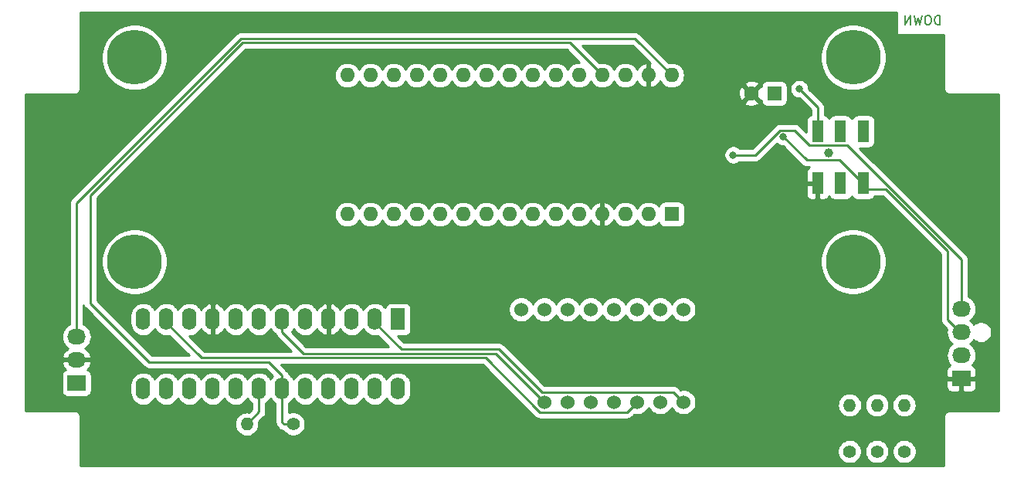
<source format=gbr>
G04 #@! TF.GenerationSoftware,KiCad,Pcbnew,(5.1.0)-1*
G04 #@! TF.CreationDate,2019-07-24T14:01:50+02:00*
G04 #@! TF.ProjectId,AirSensorModule,41697253-656e-4736-9f72-4d6f64756c65,rev?*
G04 #@! TF.SameCoordinates,Original*
G04 #@! TF.FileFunction,Copper,L2,Bot*
G04 #@! TF.FilePolarity,Positive*
%FSLAX46Y46*%
G04 Gerber Fmt 4.6, Leading zero omitted, Abs format (unit mm)*
G04 Created by KiCad (PCBNEW (5.1.0)-1) date 2019-07-24 14:01:50*
%MOMM*%
%LPD*%
G04 APERTURE LIST*
%ADD10C,0.150000*%
%ADD11C,1.000000*%
%ADD12R,1.300000X2.375000*%
%ADD13R,1.600000X1.600000*%
%ADD14O,1.600000X1.600000*%
%ADD15C,1.600000*%
%ADD16C,1.524000*%
%ADD17R,2.030000X1.730000*%
%ADD18O,2.030000X1.730000*%
%ADD19C,1.400000*%
%ADD20O,1.400000X1.400000*%
%ADD21R,1.600000X2.400000*%
%ADD22O,1.600000X2.400000*%
%ADD23C,6.000000*%
%ADD24C,0.800000*%
%ADD25C,0.250000*%
%ADD26C,0.254000*%
G04 APERTURE END LIST*
D10*
X221880952Y-75202380D02*
X221880952Y-74202380D01*
X221642857Y-74202380D01*
X221500000Y-74250000D01*
X221404761Y-74345238D01*
X221357142Y-74440476D01*
X221309523Y-74630952D01*
X221309523Y-74773809D01*
X221357142Y-74964285D01*
X221404761Y-75059523D01*
X221500000Y-75154761D01*
X221642857Y-75202380D01*
X221880952Y-75202380D01*
X220690476Y-74202380D02*
X220500000Y-74202380D01*
X220404761Y-74250000D01*
X220309523Y-74345238D01*
X220261904Y-74535714D01*
X220261904Y-74869047D01*
X220309523Y-75059523D01*
X220404761Y-75154761D01*
X220500000Y-75202380D01*
X220690476Y-75202380D01*
X220785714Y-75154761D01*
X220880952Y-75059523D01*
X220928571Y-74869047D01*
X220928571Y-74535714D01*
X220880952Y-74345238D01*
X220785714Y-74250000D01*
X220690476Y-74202380D01*
X219928571Y-74202380D02*
X219690476Y-75202380D01*
X219500000Y-74488095D01*
X219309523Y-75202380D01*
X219071428Y-74202380D01*
X218690476Y-75202380D02*
X218690476Y-74202380D01*
X218119047Y-75202380D01*
X218119047Y-74202380D01*
D11*
X209730000Y-89250000D03*
D12*
X208500000Y-92600000D03*
X211000000Y-92600000D03*
X213500000Y-92600000D03*
X213500000Y-86900000D03*
X211000000Y-86900000D03*
X208500000Y-86900000D03*
D13*
X192500000Y-96000000D03*
D14*
X159480000Y-80760000D03*
X189960000Y-96000000D03*
X162020000Y-80760000D03*
X187420000Y-96000000D03*
X164560000Y-80760000D03*
X184880000Y-96000000D03*
X167100000Y-80760000D03*
X182340000Y-96000000D03*
X169640000Y-80760000D03*
X179800000Y-96000000D03*
X172180000Y-80760000D03*
X177260000Y-96000000D03*
X174720000Y-80760000D03*
X174720000Y-96000000D03*
X177260000Y-80760000D03*
X172180000Y-96000000D03*
X179800000Y-80760000D03*
X169640000Y-96000000D03*
X182340000Y-80760000D03*
X167100000Y-96000000D03*
X184880000Y-80760000D03*
X164560000Y-96000000D03*
X187420000Y-80760000D03*
X162020000Y-96000000D03*
X189960000Y-80760000D03*
X159480000Y-96000000D03*
X192500000Y-80760000D03*
X156940000Y-96000000D03*
X156940000Y-80760000D03*
D13*
X203750000Y-82750000D03*
D15*
X201250000Y-82750000D03*
D16*
X178540000Y-116600000D03*
X181080000Y-116600000D03*
X183620000Y-116600000D03*
X186160000Y-116600000D03*
X188700000Y-116600000D03*
X191240000Y-116600000D03*
X193780000Y-116600000D03*
X193780000Y-106440000D03*
X191240000Y-106440000D03*
X188700000Y-106440000D03*
X186160000Y-106440000D03*
X183620000Y-106440000D03*
X181080000Y-106440000D03*
X178540000Y-106440000D03*
X176000000Y-106440000D03*
D17*
X224250000Y-114000000D03*
D18*
X224250000Y-111460000D03*
X224250000Y-108920000D03*
X224250000Y-106380000D03*
D17*
X127250000Y-114500000D03*
D18*
X127250000Y-111960000D03*
X127250000Y-109420000D03*
D19*
X151000000Y-119000000D03*
D20*
X145920000Y-119000000D03*
D21*
X162500000Y-107500000D03*
D22*
X134560000Y-115120000D03*
X159960000Y-107500000D03*
X137100000Y-115120000D03*
X157420000Y-107500000D03*
X139640000Y-115120000D03*
X154880000Y-107500000D03*
X142180000Y-115120000D03*
X152340000Y-107500000D03*
X144720000Y-115120000D03*
X149800000Y-107500000D03*
X147260000Y-115120000D03*
X147260000Y-107500000D03*
X149800000Y-115120000D03*
X144720000Y-107500000D03*
X152340000Y-115120000D03*
X142180000Y-107500000D03*
X154880000Y-115120000D03*
X139640000Y-107500000D03*
X157420000Y-115120000D03*
X137100000Y-107500000D03*
X159960000Y-115120000D03*
X134560000Y-107500000D03*
X162500000Y-115120000D03*
D19*
X212000000Y-122000000D03*
D20*
X212000000Y-116920000D03*
X218000000Y-116920000D03*
D19*
X218000000Y-122000000D03*
X215000000Y-122000000D03*
D20*
X215000000Y-116920000D03*
D23*
X212400000Y-78800000D03*
X133600000Y-78800000D03*
X133600000Y-101200000D03*
X212400000Y-101200000D03*
D24*
X199250000Y-89500000D03*
X204750000Y-87500000D03*
X206500000Y-82250000D03*
D25*
X224250000Y-105265000D02*
X224250000Y-106380000D01*
X224250000Y-100927498D02*
X224250000Y-105265000D01*
X211747501Y-88424999D02*
X224250000Y-100927498D01*
X207602497Y-88424999D02*
X211747501Y-88424999D01*
X205952497Y-86774999D02*
X207602497Y-88424999D01*
X204401999Y-86774999D02*
X205952497Y-86774999D01*
X201676998Y-89500000D02*
X204401999Y-86774999D01*
X199250000Y-89500000D02*
X201676998Y-89500000D01*
X207325001Y-90075001D02*
X204750000Y-87500000D01*
X210897503Y-90075001D02*
X207325001Y-90075001D01*
X213500000Y-93250000D02*
X213500000Y-92677498D01*
X213500000Y-92677498D02*
X210897503Y-90075001D01*
X213500000Y-93250000D02*
X215936092Y-93250000D01*
X215936092Y-93250000D02*
X222750000Y-100063908D01*
X224100000Y-108920000D02*
X224250000Y-108920000D01*
X222750000Y-107570000D02*
X224100000Y-108920000D01*
X222750000Y-100063908D02*
X222750000Y-107570000D01*
X151000000Y-119000000D02*
X150000000Y-119000000D01*
X149800000Y-118800000D02*
X149800000Y-115120000D01*
X150000000Y-119000000D02*
X149800000Y-118800000D01*
X208500000Y-84250000D02*
X208500000Y-86250000D01*
X206500000Y-82250000D02*
X208500000Y-84250000D01*
X149800000Y-113670000D02*
X149800000Y-115120000D01*
X148330010Y-112200010D02*
X149800000Y-113670000D01*
X184880000Y-80760000D02*
X181320010Y-77200010D01*
X128750000Y-105750000D02*
X135200010Y-112200010D01*
X181320010Y-77200010D02*
X145436400Y-77200010D01*
X145436400Y-77200010D02*
X128750000Y-93886410D01*
X128750000Y-93886410D02*
X128750000Y-105750000D01*
X135200010Y-112200010D02*
X148330010Y-112200010D01*
X188490000Y-76750000D02*
X192500000Y-80760000D01*
X145250000Y-76750000D02*
X188490000Y-76750000D01*
X127250000Y-109420000D02*
X127250000Y-94750000D01*
X127250000Y-94750000D02*
X145250000Y-76750000D01*
X149800000Y-108950000D02*
X152100000Y-111250000D01*
X149800000Y-107500000D02*
X149800000Y-108950000D01*
X173190000Y-111250000D02*
X178540000Y-116600000D01*
X152100000Y-111250000D02*
X173190000Y-111250000D01*
X137100000Y-107900000D02*
X140950000Y-111750000D01*
X137100000Y-107500000D02*
X137100000Y-107900000D01*
X172081238Y-111750000D02*
X178018239Y-117687001D01*
X140950000Y-111750000D02*
X172081238Y-111750000D01*
X187612999Y-117687001D02*
X188700000Y-116600000D01*
X178018239Y-117687001D02*
X187612999Y-117687001D01*
X193018001Y-115838001D02*
X193780000Y-116600000D01*
X159960000Y-107500000D02*
X159960000Y-107900000D01*
X178262999Y-115512999D02*
X192692999Y-115512999D01*
X159960000Y-107900000D02*
X162859990Y-110799990D01*
X162859990Y-110799990D02*
X173549991Y-110799991D01*
X173549991Y-110799991D02*
X178262999Y-115512999D01*
X192692999Y-115512999D02*
X193018001Y-115838001D01*
X147260000Y-117660000D02*
X147260000Y-115120000D01*
X145920000Y-119000000D02*
X147260000Y-117660000D01*
D26*
G36*
X217170953Y-76277500D02*
G01*
X222340000Y-76277500D01*
X222340001Y-82167571D01*
X222336807Y-82200000D01*
X222349550Y-82329383D01*
X222387290Y-82453793D01*
X222448575Y-82568450D01*
X222531052Y-82668948D01*
X222631550Y-82751425D01*
X222746207Y-82812710D01*
X222870617Y-82850450D01*
X222967581Y-82860000D01*
X223000000Y-82863193D01*
X223032419Y-82860000D01*
X228340000Y-82860000D01*
X228340001Y-117540000D01*
X223032419Y-117540000D01*
X223000000Y-117536807D01*
X222967581Y-117540000D01*
X222870617Y-117549550D01*
X222746207Y-117587290D01*
X222631550Y-117648575D01*
X222531052Y-117731052D01*
X222448575Y-117831550D01*
X222387290Y-117946207D01*
X222349550Y-118070617D01*
X222336807Y-118200000D01*
X222340000Y-118232418D01*
X222340001Y-123540000D01*
X127660000Y-123540000D01*
X127660000Y-121868514D01*
X210665000Y-121868514D01*
X210665000Y-122131486D01*
X210716304Y-122389405D01*
X210816939Y-122632359D01*
X210963038Y-122851013D01*
X211148987Y-123036962D01*
X211367641Y-123183061D01*
X211610595Y-123283696D01*
X211868514Y-123335000D01*
X212131486Y-123335000D01*
X212389405Y-123283696D01*
X212632359Y-123183061D01*
X212851013Y-123036962D01*
X213036962Y-122851013D01*
X213183061Y-122632359D01*
X213283696Y-122389405D01*
X213335000Y-122131486D01*
X213335000Y-121868514D01*
X213665000Y-121868514D01*
X213665000Y-122131486D01*
X213716304Y-122389405D01*
X213816939Y-122632359D01*
X213963038Y-122851013D01*
X214148987Y-123036962D01*
X214367641Y-123183061D01*
X214610595Y-123283696D01*
X214868514Y-123335000D01*
X215131486Y-123335000D01*
X215389405Y-123283696D01*
X215632359Y-123183061D01*
X215851013Y-123036962D01*
X216036962Y-122851013D01*
X216183061Y-122632359D01*
X216283696Y-122389405D01*
X216335000Y-122131486D01*
X216335000Y-121868514D01*
X216665000Y-121868514D01*
X216665000Y-122131486D01*
X216716304Y-122389405D01*
X216816939Y-122632359D01*
X216963038Y-122851013D01*
X217148987Y-123036962D01*
X217367641Y-123183061D01*
X217610595Y-123283696D01*
X217868514Y-123335000D01*
X218131486Y-123335000D01*
X218389405Y-123283696D01*
X218632359Y-123183061D01*
X218851013Y-123036962D01*
X219036962Y-122851013D01*
X219183061Y-122632359D01*
X219283696Y-122389405D01*
X219335000Y-122131486D01*
X219335000Y-121868514D01*
X219283696Y-121610595D01*
X219183061Y-121367641D01*
X219036962Y-121148987D01*
X218851013Y-120963038D01*
X218632359Y-120816939D01*
X218389405Y-120716304D01*
X218131486Y-120665000D01*
X217868514Y-120665000D01*
X217610595Y-120716304D01*
X217367641Y-120816939D01*
X217148987Y-120963038D01*
X216963038Y-121148987D01*
X216816939Y-121367641D01*
X216716304Y-121610595D01*
X216665000Y-121868514D01*
X216335000Y-121868514D01*
X216283696Y-121610595D01*
X216183061Y-121367641D01*
X216036962Y-121148987D01*
X215851013Y-120963038D01*
X215632359Y-120816939D01*
X215389405Y-120716304D01*
X215131486Y-120665000D01*
X214868514Y-120665000D01*
X214610595Y-120716304D01*
X214367641Y-120816939D01*
X214148987Y-120963038D01*
X213963038Y-121148987D01*
X213816939Y-121367641D01*
X213716304Y-121610595D01*
X213665000Y-121868514D01*
X213335000Y-121868514D01*
X213283696Y-121610595D01*
X213183061Y-121367641D01*
X213036962Y-121148987D01*
X212851013Y-120963038D01*
X212632359Y-120816939D01*
X212389405Y-120716304D01*
X212131486Y-120665000D01*
X211868514Y-120665000D01*
X211610595Y-120716304D01*
X211367641Y-120816939D01*
X211148987Y-120963038D01*
X210963038Y-121148987D01*
X210816939Y-121367641D01*
X210716304Y-121610595D01*
X210665000Y-121868514D01*
X127660000Y-121868514D01*
X127660000Y-118232418D01*
X127663193Y-118200000D01*
X127650450Y-118070617D01*
X127612710Y-117946207D01*
X127551425Y-117831550D01*
X127468948Y-117731052D01*
X127368450Y-117648575D01*
X127253793Y-117587290D01*
X127129383Y-117549550D01*
X127032419Y-117540000D01*
X127000000Y-117536807D01*
X126967581Y-117540000D01*
X121660000Y-117540000D01*
X121660000Y-113635000D01*
X125596928Y-113635000D01*
X125596928Y-115365000D01*
X125609188Y-115489482D01*
X125645498Y-115609180D01*
X125704463Y-115719494D01*
X125783815Y-115816185D01*
X125880506Y-115895537D01*
X125990820Y-115954502D01*
X126110518Y-115990812D01*
X126235000Y-116003072D01*
X128265000Y-116003072D01*
X128389482Y-115990812D01*
X128509180Y-115954502D01*
X128619494Y-115895537D01*
X128716185Y-115816185D01*
X128795537Y-115719494D01*
X128854502Y-115609180D01*
X128890812Y-115489482D01*
X128903072Y-115365000D01*
X128903072Y-113635000D01*
X128890812Y-113510518D01*
X128854502Y-113390820D01*
X128795537Y-113280506D01*
X128716185Y-113183815D01*
X128619494Y-113104463D01*
X128509180Y-113045498D01*
X128448463Y-113027080D01*
X128600793Y-112860857D01*
X128753469Y-112609284D01*
X128854131Y-112332759D01*
X128856346Y-112319246D01*
X128735224Y-112087000D01*
X127377000Y-112087000D01*
X127377000Y-112107000D01*
X127123000Y-112107000D01*
X127123000Y-112087000D01*
X125764776Y-112087000D01*
X125643654Y-112319246D01*
X125645869Y-112332759D01*
X125746531Y-112609284D01*
X125899207Y-112860857D01*
X126051537Y-113027080D01*
X125990820Y-113045498D01*
X125880506Y-113104463D01*
X125783815Y-113183815D01*
X125704463Y-113280506D01*
X125645498Y-113390820D01*
X125609188Y-113510518D01*
X125596928Y-113635000D01*
X121660000Y-113635000D01*
X121660000Y-109420000D01*
X125592743Y-109420000D01*
X125621705Y-109714051D01*
X125707476Y-109996802D01*
X125846762Y-110257387D01*
X126034208Y-110485792D01*
X126262613Y-110673238D01*
X126300703Y-110693598D01*
X126098028Y-110842190D01*
X125899207Y-111059143D01*
X125746531Y-111310716D01*
X125645869Y-111587241D01*
X125643654Y-111600754D01*
X125764776Y-111833000D01*
X127123000Y-111833000D01*
X127123000Y-111813000D01*
X127377000Y-111813000D01*
X127377000Y-111833000D01*
X128735224Y-111833000D01*
X128856346Y-111600754D01*
X128854131Y-111587241D01*
X128753469Y-111310716D01*
X128600793Y-111059143D01*
X128401972Y-110842190D01*
X128199297Y-110693598D01*
X128237387Y-110673238D01*
X128465792Y-110485792D01*
X128653238Y-110257387D01*
X128792524Y-109996802D01*
X128878295Y-109714051D01*
X128907257Y-109420000D01*
X128878295Y-109125949D01*
X128792524Y-108843198D01*
X128653238Y-108582613D01*
X128465792Y-108354208D01*
X128237387Y-108166762D01*
X128010000Y-108045221D01*
X128010000Y-105928662D01*
X128044454Y-106042246D01*
X128115026Y-106174276D01*
X128186201Y-106261002D01*
X128210000Y-106290001D01*
X128238998Y-106313799D01*
X134636210Y-112711012D01*
X134660009Y-112740011D01*
X134775734Y-112834984D01*
X134907763Y-112905556D01*
X135051024Y-112949013D01*
X135162576Y-112960000D01*
X135200010Y-112963687D01*
X135237343Y-112960010D01*
X148015209Y-112960010D01*
X148769213Y-113714015D01*
X148601068Y-113918899D01*
X148530000Y-114051858D01*
X148458932Y-113918899D01*
X148279608Y-113700392D01*
X148061101Y-113521068D01*
X147811808Y-113387818D01*
X147541309Y-113305764D01*
X147260000Y-113278057D01*
X146978692Y-113305764D01*
X146708193Y-113387818D01*
X146458900Y-113521068D01*
X146240393Y-113700392D01*
X146061068Y-113918899D01*
X145990000Y-114051858D01*
X145918932Y-113918899D01*
X145739608Y-113700392D01*
X145521101Y-113521068D01*
X145271808Y-113387818D01*
X145001309Y-113305764D01*
X144720000Y-113278057D01*
X144438692Y-113305764D01*
X144168193Y-113387818D01*
X143918900Y-113521068D01*
X143700393Y-113700392D01*
X143521068Y-113918899D01*
X143450000Y-114051858D01*
X143378932Y-113918899D01*
X143199608Y-113700392D01*
X142981101Y-113521068D01*
X142731808Y-113387818D01*
X142461309Y-113305764D01*
X142180000Y-113278057D01*
X141898692Y-113305764D01*
X141628193Y-113387818D01*
X141378900Y-113521068D01*
X141160393Y-113700392D01*
X140981068Y-113918899D01*
X140910000Y-114051858D01*
X140838932Y-113918899D01*
X140659608Y-113700392D01*
X140441101Y-113521068D01*
X140191808Y-113387818D01*
X139921309Y-113305764D01*
X139640000Y-113278057D01*
X139358692Y-113305764D01*
X139088193Y-113387818D01*
X138838900Y-113521068D01*
X138620393Y-113700392D01*
X138441068Y-113918899D01*
X138370000Y-114051858D01*
X138298932Y-113918899D01*
X138119608Y-113700392D01*
X137901101Y-113521068D01*
X137651808Y-113387818D01*
X137381309Y-113305764D01*
X137100000Y-113278057D01*
X136818692Y-113305764D01*
X136548193Y-113387818D01*
X136298900Y-113521068D01*
X136080393Y-113700392D01*
X135901068Y-113918899D01*
X135830000Y-114051858D01*
X135758932Y-113918899D01*
X135579608Y-113700392D01*
X135361101Y-113521068D01*
X135111808Y-113387818D01*
X134841309Y-113305764D01*
X134560000Y-113278057D01*
X134278692Y-113305764D01*
X134008193Y-113387818D01*
X133758900Y-113521068D01*
X133540393Y-113700392D01*
X133361068Y-113918899D01*
X133227818Y-114168192D01*
X133145764Y-114438691D01*
X133125000Y-114649508D01*
X133125000Y-115590491D01*
X133145764Y-115801308D01*
X133227818Y-116071807D01*
X133361068Y-116321100D01*
X133540392Y-116539607D01*
X133758899Y-116718932D01*
X134008192Y-116852182D01*
X134278691Y-116934236D01*
X134560000Y-116961943D01*
X134841308Y-116934236D01*
X135111807Y-116852182D01*
X135361100Y-116718932D01*
X135579607Y-116539608D01*
X135758932Y-116321101D01*
X135830000Y-116188142D01*
X135901068Y-116321100D01*
X136080392Y-116539607D01*
X136298899Y-116718932D01*
X136548192Y-116852182D01*
X136818691Y-116934236D01*
X137100000Y-116961943D01*
X137381308Y-116934236D01*
X137651807Y-116852182D01*
X137901100Y-116718932D01*
X138119607Y-116539608D01*
X138298932Y-116321101D01*
X138370000Y-116188142D01*
X138441068Y-116321100D01*
X138620392Y-116539607D01*
X138838899Y-116718932D01*
X139088192Y-116852182D01*
X139358691Y-116934236D01*
X139640000Y-116961943D01*
X139921308Y-116934236D01*
X140191807Y-116852182D01*
X140441100Y-116718932D01*
X140659607Y-116539608D01*
X140838932Y-116321101D01*
X140910000Y-116188142D01*
X140981068Y-116321100D01*
X141160392Y-116539607D01*
X141378899Y-116718932D01*
X141628192Y-116852182D01*
X141898691Y-116934236D01*
X142180000Y-116961943D01*
X142461308Y-116934236D01*
X142731807Y-116852182D01*
X142981100Y-116718932D01*
X143199607Y-116539608D01*
X143378932Y-116321101D01*
X143450000Y-116188142D01*
X143521068Y-116321100D01*
X143700392Y-116539607D01*
X143918899Y-116718932D01*
X144168192Y-116852182D01*
X144438691Y-116934236D01*
X144720000Y-116961943D01*
X145001308Y-116934236D01*
X145271807Y-116852182D01*
X145521100Y-116718932D01*
X145739607Y-116539608D01*
X145918932Y-116321101D01*
X145990000Y-116188142D01*
X146061068Y-116321100D01*
X146240392Y-116539607D01*
X146458899Y-116718932D01*
X146500000Y-116740901D01*
X146500000Y-117345198D01*
X146162749Y-117682450D01*
X145985579Y-117665000D01*
X145854421Y-117665000D01*
X145658294Y-117684317D01*
X145406646Y-117760653D01*
X145174725Y-117884618D01*
X144971445Y-118051445D01*
X144804618Y-118254725D01*
X144680653Y-118486646D01*
X144604317Y-118738294D01*
X144578541Y-119000000D01*
X144604317Y-119261706D01*
X144680653Y-119513354D01*
X144804618Y-119745275D01*
X144971445Y-119948555D01*
X145174725Y-120115382D01*
X145406646Y-120239347D01*
X145658294Y-120315683D01*
X145854421Y-120335000D01*
X145985579Y-120335000D01*
X146181706Y-120315683D01*
X146433354Y-120239347D01*
X146665275Y-120115382D01*
X146868555Y-119948555D01*
X147035382Y-119745275D01*
X147159347Y-119513354D01*
X147235683Y-119261706D01*
X147261459Y-119000000D01*
X147237550Y-118757251D01*
X147771004Y-118223798D01*
X147800001Y-118200001D01*
X147894974Y-118084276D01*
X147965546Y-117952247D01*
X148009003Y-117808986D01*
X148020000Y-117697333D01*
X148020000Y-117697324D01*
X148023676Y-117660001D01*
X148020000Y-117622678D01*
X148020000Y-116740900D01*
X148061100Y-116718932D01*
X148279607Y-116539608D01*
X148458932Y-116321101D01*
X148530000Y-116188142D01*
X148601068Y-116321100D01*
X148780392Y-116539607D01*
X148998899Y-116718932D01*
X149040001Y-116740901D01*
X149040000Y-118762677D01*
X149036324Y-118800000D01*
X149040000Y-118837322D01*
X149040000Y-118837332D01*
X149050997Y-118948985D01*
X149094454Y-119092246D01*
X149165026Y-119224276D01*
X149204871Y-119272826D01*
X149259999Y-119340001D01*
X149289003Y-119363804D01*
X149436196Y-119510997D01*
X149459999Y-119540001D01*
X149575724Y-119634974D01*
X149707753Y-119705546D01*
X149851014Y-119749003D01*
X149897968Y-119753628D01*
X149963038Y-119851013D01*
X150148987Y-120036962D01*
X150367641Y-120183061D01*
X150610595Y-120283696D01*
X150868514Y-120335000D01*
X151131486Y-120335000D01*
X151389405Y-120283696D01*
X151632359Y-120183061D01*
X151851013Y-120036962D01*
X152036962Y-119851013D01*
X152183061Y-119632359D01*
X152283696Y-119389405D01*
X152335000Y-119131486D01*
X152335000Y-118868514D01*
X152283696Y-118610595D01*
X152183061Y-118367641D01*
X152036962Y-118148987D01*
X151851013Y-117963038D01*
X151632359Y-117816939D01*
X151389405Y-117716304D01*
X151131486Y-117665000D01*
X150868514Y-117665000D01*
X150610595Y-117716304D01*
X150560000Y-117737261D01*
X150560000Y-116740900D01*
X150601100Y-116718932D01*
X150819607Y-116539608D01*
X150998932Y-116321101D01*
X151070000Y-116188142D01*
X151141068Y-116321100D01*
X151320392Y-116539607D01*
X151538899Y-116718932D01*
X151788192Y-116852182D01*
X152058691Y-116934236D01*
X152340000Y-116961943D01*
X152621308Y-116934236D01*
X152891807Y-116852182D01*
X153141100Y-116718932D01*
X153359607Y-116539608D01*
X153538932Y-116321101D01*
X153610000Y-116188142D01*
X153681068Y-116321100D01*
X153860392Y-116539607D01*
X154078899Y-116718932D01*
X154328192Y-116852182D01*
X154598691Y-116934236D01*
X154880000Y-116961943D01*
X155161308Y-116934236D01*
X155431807Y-116852182D01*
X155681100Y-116718932D01*
X155899607Y-116539608D01*
X156078932Y-116321101D01*
X156150000Y-116188142D01*
X156221068Y-116321100D01*
X156400392Y-116539607D01*
X156618899Y-116718932D01*
X156868192Y-116852182D01*
X157138691Y-116934236D01*
X157420000Y-116961943D01*
X157701308Y-116934236D01*
X157971807Y-116852182D01*
X158221100Y-116718932D01*
X158439607Y-116539608D01*
X158618932Y-116321101D01*
X158690000Y-116188142D01*
X158761068Y-116321100D01*
X158940392Y-116539607D01*
X159158899Y-116718932D01*
X159408192Y-116852182D01*
X159678691Y-116934236D01*
X159960000Y-116961943D01*
X160241308Y-116934236D01*
X160511807Y-116852182D01*
X160761100Y-116718932D01*
X160979607Y-116539608D01*
X161158932Y-116321101D01*
X161230000Y-116188142D01*
X161301068Y-116321100D01*
X161480392Y-116539607D01*
X161698899Y-116718932D01*
X161948192Y-116852182D01*
X162218691Y-116934236D01*
X162500000Y-116961943D01*
X162781308Y-116934236D01*
X163051807Y-116852182D01*
X163301100Y-116718932D01*
X163519607Y-116539608D01*
X163698932Y-116321101D01*
X163832182Y-116071808D01*
X163914236Y-115801309D01*
X163935000Y-115590492D01*
X163935000Y-114649509D01*
X163914236Y-114438691D01*
X163832182Y-114168192D01*
X163698932Y-113918899D01*
X163519608Y-113700392D01*
X163301101Y-113521068D01*
X163051808Y-113387818D01*
X162781309Y-113305764D01*
X162500000Y-113278057D01*
X162218692Y-113305764D01*
X161948193Y-113387818D01*
X161698900Y-113521068D01*
X161480393Y-113700392D01*
X161301068Y-113918899D01*
X161230000Y-114051858D01*
X161158932Y-113918899D01*
X160979608Y-113700392D01*
X160761101Y-113521068D01*
X160511808Y-113387818D01*
X160241309Y-113305764D01*
X159960000Y-113278057D01*
X159678692Y-113305764D01*
X159408193Y-113387818D01*
X159158900Y-113521068D01*
X158940393Y-113700392D01*
X158761068Y-113918899D01*
X158690000Y-114051858D01*
X158618932Y-113918899D01*
X158439608Y-113700392D01*
X158221101Y-113521068D01*
X157971808Y-113387818D01*
X157701309Y-113305764D01*
X157420000Y-113278057D01*
X157138692Y-113305764D01*
X156868193Y-113387818D01*
X156618900Y-113521068D01*
X156400393Y-113700392D01*
X156221068Y-113918899D01*
X156150000Y-114051858D01*
X156078932Y-113918899D01*
X155899608Y-113700392D01*
X155681101Y-113521068D01*
X155431808Y-113387818D01*
X155161309Y-113305764D01*
X154880000Y-113278057D01*
X154598692Y-113305764D01*
X154328193Y-113387818D01*
X154078900Y-113521068D01*
X153860393Y-113700392D01*
X153681068Y-113918899D01*
X153610000Y-114051858D01*
X153538932Y-113918899D01*
X153359608Y-113700392D01*
X153141101Y-113521068D01*
X152891808Y-113387818D01*
X152621309Y-113305764D01*
X152340000Y-113278057D01*
X152058692Y-113305764D01*
X151788193Y-113387818D01*
X151538900Y-113521068D01*
X151320393Y-113700392D01*
X151141068Y-113918899D01*
X151070000Y-114051858D01*
X150998932Y-113918899D01*
X150819608Y-113700392D01*
X150601101Y-113521068D01*
X150538941Y-113487843D01*
X150505546Y-113377753D01*
X150434974Y-113245724D01*
X150340001Y-113129999D01*
X150311004Y-113106202D01*
X149714802Y-112510000D01*
X171766437Y-112510000D01*
X177454440Y-118198004D01*
X177478238Y-118227002D01*
X177593963Y-118321975D01*
X177725992Y-118392547D01*
X177869253Y-118436004D01*
X177980906Y-118447001D01*
X177980915Y-118447001D01*
X178018238Y-118450677D01*
X178055561Y-118447001D01*
X187575677Y-118447001D01*
X187612999Y-118450677D01*
X187650321Y-118447001D01*
X187650332Y-118447001D01*
X187761985Y-118436004D01*
X187905246Y-118392547D01*
X188037275Y-118321975D01*
X188153000Y-118227002D01*
X188176803Y-118197999D01*
X188408429Y-117966372D01*
X188562408Y-117997000D01*
X188837592Y-117997000D01*
X189107490Y-117943314D01*
X189361727Y-117838005D01*
X189590535Y-117685120D01*
X189785120Y-117490535D01*
X189938005Y-117261727D01*
X189970000Y-117184485D01*
X190001995Y-117261727D01*
X190154880Y-117490535D01*
X190349465Y-117685120D01*
X190578273Y-117838005D01*
X190832510Y-117943314D01*
X191102408Y-117997000D01*
X191377592Y-117997000D01*
X191647490Y-117943314D01*
X191901727Y-117838005D01*
X192130535Y-117685120D01*
X192325120Y-117490535D01*
X192478005Y-117261727D01*
X192510000Y-117184485D01*
X192541995Y-117261727D01*
X192694880Y-117490535D01*
X192889465Y-117685120D01*
X193118273Y-117838005D01*
X193372510Y-117943314D01*
X193642408Y-117997000D01*
X193917592Y-117997000D01*
X194187490Y-117943314D01*
X194441727Y-117838005D01*
X194670535Y-117685120D01*
X194865120Y-117490535D01*
X195018005Y-117261727D01*
X195123314Y-117007490D01*
X195140716Y-116920000D01*
X210658541Y-116920000D01*
X210684317Y-117181706D01*
X210760653Y-117433354D01*
X210884618Y-117665275D01*
X211051445Y-117868555D01*
X211254725Y-118035382D01*
X211486646Y-118159347D01*
X211738294Y-118235683D01*
X211934421Y-118255000D01*
X212065579Y-118255000D01*
X212261706Y-118235683D01*
X212513354Y-118159347D01*
X212745275Y-118035382D01*
X212948555Y-117868555D01*
X213115382Y-117665275D01*
X213239347Y-117433354D01*
X213315683Y-117181706D01*
X213341459Y-116920000D01*
X213658541Y-116920000D01*
X213684317Y-117181706D01*
X213760653Y-117433354D01*
X213884618Y-117665275D01*
X214051445Y-117868555D01*
X214254725Y-118035382D01*
X214486646Y-118159347D01*
X214738294Y-118235683D01*
X214934421Y-118255000D01*
X215065579Y-118255000D01*
X215261706Y-118235683D01*
X215513354Y-118159347D01*
X215745275Y-118035382D01*
X215948555Y-117868555D01*
X216115382Y-117665275D01*
X216239347Y-117433354D01*
X216315683Y-117181706D01*
X216341459Y-116920000D01*
X216658541Y-116920000D01*
X216684317Y-117181706D01*
X216760653Y-117433354D01*
X216884618Y-117665275D01*
X217051445Y-117868555D01*
X217254725Y-118035382D01*
X217486646Y-118159347D01*
X217738294Y-118235683D01*
X217934421Y-118255000D01*
X218065579Y-118255000D01*
X218261706Y-118235683D01*
X218513354Y-118159347D01*
X218745275Y-118035382D01*
X218948555Y-117868555D01*
X219115382Y-117665275D01*
X219239347Y-117433354D01*
X219315683Y-117181706D01*
X219341459Y-116920000D01*
X219315683Y-116658294D01*
X219239347Y-116406646D01*
X219115382Y-116174725D01*
X218948555Y-115971445D01*
X218745275Y-115804618D01*
X218513354Y-115680653D01*
X218261706Y-115604317D01*
X218065579Y-115585000D01*
X217934421Y-115585000D01*
X217738294Y-115604317D01*
X217486646Y-115680653D01*
X217254725Y-115804618D01*
X217051445Y-115971445D01*
X216884618Y-116174725D01*
X216760653Y-116406646D01*
X216684317Y-116658294D01*
X216658541Y-116920000D01*
X216341459Y-116920000D01*
X216315683Y-116658294D01*
X216239347Y-116406646D01*
X216115382Y-116174725D01*
X215948555Y-115971445D01*
X215745275Y-115804618D01*
X215513354Y-115680653D01*
X215261706Y-115604317D01*
X215065579Y-115585000D01*
X214934421Y-115585000D01*
X214738294Y-115604317D01*
X214486646Y-115680653D01*
X214254725Y-115804618D01*
X214051445Y-115971445D01*
X213884618Y-116174725D01*
X213760653Y-116406646D01*
X213684317Y-116658294D01*
X213658541Y-116920000D01*
X213341459Y-116920000D01*
X213315683Y-116658294D01*
X213239347Y-116406646D01*
X213115382Y-116174725D01*
X212948555Y-115971445D01*
X212745275Y-115804618D01*
X212513354Y-115680653D01*
X212261706Y-115604317D01*
X212065579Y-115585000D01*
X211934421Y-115585000D01*
X211738294Y-115604317D01*
X211486646Y-115680653D01*
X211254725Y-115804618D01*
X211051445Y-115971445D01*
X210884618Y-116174725D01*
X210760653Y-116406646D01*
X210684317Y-116658294D01*
X210658541Y-116920000D01*
X195140716Y-116920000D01*
X195177000Y-116737592D01*
X195177000Y-116462408D01*
X195123314Y-116192510D01*
X195018005Y-115938273D01*
X194865120Y-115709465D01*
X194670535Y-115514880D01*
X194441727Y-115361995D01*
X194187490Y-115256686D01*
X193917592Y-115203000D01*
X193642408Y-115203000D01*
X193488429Y-115233628D01*
X193256803Y-115002002D01*
X193233000Y-114972998D01*
X193117275Y-114878025D01*
X193092908Y-114865000D01*
X222596928Y-114865000D01*
X222609188Y-114989482D01*
X222645498Y-115109180D01*
X222704463Y-115219494D01*
X222783815Y-115316185D01*
X222880506Y-115395537D01*
X222990820Y-115454502D01*
X223110518Y-115490812D01*
X223235000Y-115503072D01*
X223964250Y-115500000D01*
X224123000Y-115341250D01*
X224123000Y-114127000D01*
X224377000Y-114127000D01*
X224377000Y-115341250D01*
X224535750Y-115500000D01*
X225265000Y-115503072D01*
X225389482Y-115490812D01*
X225509180Y-115454502D01*
X225619494Y-115395537D01*
X225716185Y-115316185D01*
X225795537Y-115219494D01*
X225854502Y-115109180D01*
X225890812Y-114989482D01*
X225903072Y-114865000D01*
X225900000Y-114285750D01*
X225741250Y-114127000D01*
X224377000Y-114127000D01*
X224123000Y-114127000D01*
X222758750Y-114127000D01*
X222600000Y-114285750D01*
X222596928Y-114865000D01*
X193092908Y-114865000D01*
X192985246Y-114807453D01*
X192841985Y-114763996D01*
X192730332Y-114752999D01*
X192730321Y-114752999D01*
X192692999Y-114749323D01*
X192655677Y-114752999D01*
X178577801Y-114752999D01*
X174113788Y-110288987D01*
X174089992Y-110259991D01*
X174060993Y-110236192D01*
X173974267Y-110165017D01*
X173842237Y-110094445D01*
X173726906Y-110059461D01*
X173698977Y-110050989D01*
X173587324Y-110039992D01*
X173549991Y-110036315D01*
X173512659Y-110039992D01*
X163174792Y-110039990D01*
X162472874Y-109338072D01*
X163300000Y-109338072D01*
X163424482Y-109325812D01*
X163544180Y-109289502D01*
X163654494Y-109230537D01*
X163751185Y-109151185D01*
X163830537Y-109054494D01*
X163889502Y-108944180D01*
X163925812Y-108824482D01*
X163938072Y-108700000D01*
X163938072Y-106302408D01*
X174603000Y-106302408D01*
X174603000Y-106577592D01*
X174656686Y-106847490D01*
X174761995Y-107101727D01*
X174914880Y-107330535D01*
X175109465Y-107525120D01*
X175338273Y-107678005D01*
X175592510Y-107783314D01*
X175862408Y-107837000D01*
X176137592Y-107837000D01*
X176407490Y-107783314D01*
X176661727Y-107678005D01*
X176890535Y-107525120D01*
X177085120Y-107330535D01*
X177238005Y-107101727D01*
X177270000Y-107024485D01*
X177301995Y-107101727D01*
X177454880Y-107330535D01*
X177649465Y-107525120D01*
X177878273Y-107678005D01*
X178132510Y-107783314D01*
X178402408Y-107837000D01*
X178677592Y-107837000D01*
X178947490Y-107783314D01*
X179201727Y-107678005D01*
X179430535Y-107525120D01*
X179625120Y-107330535D01*
X179778005Y-107101727D01*
X179810000Y-107024485D01*
X179841995Y-107101727D01*
X179994880Y-107330535D01*
X180189465Y-107525120D01*
X180418273Y-107678005D01*
X180672510Y-107783314D01*
X180942408Y-107837000D01*
X181217592Y-107837000D01*
X181487490Y-107783314D01*
X181741727Y-107678005D01*
X181970535Y-107525120D01*
X182165120Y-107330535D01*
X182318005Y-107101727D01*
X182350000Y-107024485D01*
X182381995Y-107101727D01*
X182534880Y-107330535D01*
X182729465Y-107525120D01*
X182958273Y-107678005D01*
X183212510Y-107783314D01*
X183482408Y-107837000D01*
X183757592Y-107837000D01*
X184027490Y-107783314D01*
X184281727Y-107678005D01*
X184510535Y-107525120D01*
X184705120Y-107330535D01*
X184858005Y-107101727D01*
X184890000Y-107024485D01*
X184921995Y-107101727D01*
X185074880Y-107330535D01*
X185269465Y-107525120D01*
X185498273Y-107678005D01*
X185752510Y-107783314D01*
X186022408Y-107837000D01*
X186297592Y-107837000D01*
X186567490Y-107783314D01*
X186821727Y-107678005D01*
X187050535Y-107525120D01*
X187245120Y-107330535D01*
X187398005Y-107101727D01*
X187430000Y-107024485D01*
X187461995Y-107101727D01*
X187614880Y-107330535D01*
X187809465Y-107525120D01*
X188038273Y-107678005D01*
X188292510Y-107783314D01*
X188562408Y-107837000D01*
X188837592Y-107837000D01*
X189107490Y-107783314D01*
X189361727Y-107678005D01*
X189590535Y-107525120D01*
X189785120Y-107330535D01*
X189938005Y-107101727D01*
X189970000Y-107024485D01*
X190001995Y-107101727D01*
X190154880Y-107330535D01*
X190349465Y-107525120D01*
X190578273Y-107678005D01*
X190832510Y-107783314D01*
X191102408Y-107837000D01*
X191377592Y-107837000D01*
X191647490Y-107783314D01*
X191901727Y-107678005D01*
X192130535Y-107525120D01*
X192325120Y-107330535D01*
X192478005Y-107101727D01*
X192510000Y-107024485D01*
X192541995Y-107101727D01*
X192694880Y-107330535D01*
X192889465Y-107525120D01*
X193118273Y-107678005D01*
X193372510Y-107783314D01*
X193642408Y-107837000D01*
X193917592Y-107837000D01*
X194187490Y-107783314D01*
X194441727Y-107678005D01*
X194670535Y-107525120D01*
X194865120Y-107330535D01*
X195018005Y-107101727D01*
X195123314Y-106847490D01*
X195177000Y-106577592D01*
X195177000Y-106302408D01*
X195123314Y-106032510D01*
X195018005Y-105778273D01*
X194865120Y-105549465D01*
X194670535Y-105354880D01*
X194441727Y-105201995D01*
X194187490Y-105096686D01*
X193917592Y-105043000D01*
X193642408Y-105043000D01*
X193372510Y-105096686D01*
X193118273Y-105201995D01*
X192889465Y-105354880D01*
X192694880Y-105549465D01*
X192541995Y-105778273D01*
X192510000Y-105855515D01*
X192478005Y-105778273D01*
X192325120Y-105549465D01*
X192130535Y-105354880D01*
X191901727Y-105201995D01*
X191647490Y-105096686D01*
X191377592Y-105043000D01*
X191102408Y-105043000D01*
X190832510Y-105096686D01*
X190578273Y-105201995D01*
X190349465Y-105354880D01*
X190154880Y-105549465D01*
X190001995Y-105778273D01*
X189970000Y-105855515D01*
X189938005Y-105778273D01*
X189785120Y-105549465D01*
X189590535Y-105354880D01*
X189361727Y-105201995D01*
X189107490Y-105096686D01*
X188837592Y-105043000D01*
X188562408Y-105043000D01*
X188292510Y-105096686D01*
X188038273Y-105201995D01*
X187809465Y-105354880D01*
X187614880Y-105549465D01*
X187461995Y-105778273D01*
X187430000Y-105855515D01*
X187398005Y-105778273D01*
X187245120Y-105549465D01*
X187050535Y-105354880D01*
X186821727Y-105201995D01*
X186567490Y-105096686D01*
X186297592Y-105043000D01*
X186022408Y-105043000D01*
X185752510Y-105096686D01*
X185498273Y-105201995D01*
X185269465Y-105354880D01*
X185074880Y-105549465D01*
X184921995Y-105778273D01*
X184890000Y-105855515D01*
X184858005Y-105778273D01*
X184705120Y-105549465D01*
X184510535Y-105354880D01*
X184281727Y-105201995D01*
X184027490Y-105096686D01*
X183757592Y-105043000D01*
X183482408Y-105043000D01*
X183212510Y-105096686D01*
X182958273Y-105201995D01*
X182729465Y-105354880D01*
X182534880Y-105549465D01*
X182381995Y-105778273D01*
X182350000Y-105855515D01*
X182318005Y-105778273D01*
X182165120Y-105549465D01*
X181970535Y-105354880D01*
X181741727Y-105201995D01*
X181487490Y-105096686D01*
X181217592Y-105043000D01*
X180942408Y-105043000D01*
X180672510Y-105096686D01*
X180418273Y-105201995D01*
X180189465Y-105354880D01*
X179994880Y-105549465D01*
X179841995Y-105778273D01*
X179810000Y-105855515D01*
X179778005Y-105778273D01*
X179625120Y-105549465D01*
X179430535Y-105354880D01*
X179201727Y-105201995D01*
X178947490Y-105096686D01*
X178677592Y-105043000D01*
X178402408Y-105043000D01*
X178132510Y-105096686D01*
X177878273Y-105201995D01*
X177649465Y-105354880D01*
X177454880Y-105549465D01*
X177301995Y-105778273D01*
X177270000Y-105855515D01*
X177238005Y-105778273D01*
X177085120Y-105549465D01*
X176890535Y-105354880D01*
X176661727Y-105201995D01*
X176407490Y-105096686D01*
X176137592Y-105043000D01*
X175862408Y-105043000D01*
X175592510Y-105096686D01*
X175338273Y-105201995D01*
X175109465Y-105354880D01*
X174914880Y-105549465D01*
X174761995Y-105778273D01*
X174656686Y-106032510D01*
X174603000Y-106302408D01*
X163938072Y-106302408D01*
X163938072Y-106300000D01*
X163925812Y-106175518D01*
X163889502Y-106055820D01*
X163830537Y-105945506D01*
X163751185Y-105848815D01*
X163654494Y-105769463D01*
X163544180Y-105710498D01*
X163424482Y-105674188D01*
X163300000Y-105661928D01*
X161700000Y-105661928D01*
X161575518Y-105674188D01*
X161455820Y-105710498D01*
X161345506Y-105769463D01*
X161248815Y-105848815D01*
X161169463Y-105945506D01*
X161110498Y-106055820D01*
X161074188Y-106175518D01*
X161072419Y-106193482D01*
X160979608Y-106080392D01*
X160761101Y-105901068D01*
X160511808Y-105767818D01*
X160241309Y-105685764D01*
X159960000Y-105658057D01*
X159678692Y-105685764D01*
X159408193Y-105767818D01*
X159158900Y-105901068D01*
X158940393Y-106080392D01*
X158761068Y-106298899D01*
X158690000Y-106431858D01*
X158618932Y-106298899D01*
X158439608Y-106080392D01*
X158221101Y-105901068D01*
X157971808Y-105767818D01*
X157701309Y-105685764D01*
X157420000Y-105658057D01*
X157138692Y-105685764D01*
X156868193Y-105767818D01*
X156618900Y-105901068D01*
X156400393Y-106080392D01*
X156221068Y-106298899D01*
X156152735Y-106426741D01*
X156002601Y-106197161D01*
X155804895Y-105995500D01*
X155571646Y-105836285D01*
X155311818Y-105725633D01*
X155229039Y-105708096D01*
X155007000Y-105830085D01*
X155007000Y-107373000D01*
X155027000Y-107373000D01*
X155027000Y-107627000D01*
X155007000Y-107627000D01*
X155007000Y-109169915D01*
X155229039Y-109291904D01*
X155311818Y-109274367D01*
X155571646Y-109163715D01*
X155804895Y-109004500D01*
X156002601Y-108802839D01*
X156152735Y-108573258D01*
X156221068Y-108701100D01*
X156400392Y-108919607D01*
X156618899Y-109098932D01*
X156868192Y-109232182D01*
X157138691Y-109314236D01*
X157420000Y-109341943D01*
X157701308Y-109314236D01*
X157971807Y-109232182D01*
X158221100Y-109098932D01*
X158439607Y-108919608D01*
X158618932Y-108701101D01*
X158690000Y-108568142D01*
X158761068Y-108701100D01*
X158940392Y-108919607D01*
X159158899Y-109098932D01*
X159408192Y-109232182D01*
X159678691Y-109314236D01*
X159960000Y-109341943D01*
X160241308Y-109314236D01*
X160285906Y-109300707D01*
X161475198Y-110490000D01*
X152414802Y-110490000D01*
X150830787Y-108905986D01*
X150998932Y-108701101D01*
X151070000Y-108568142D01*
X151141068Y-108701100D01*
X151320392Y-108919607D01*
X151538899Y-109098932D01*
X151788192Y-109232182D01*
X152058691Y-109314236D01*
X152340000Y-109341943D01*
X152621308Y-109314236D01*
X152891807Y-109232182D01*
X153141100Y-109098932D01*
X153359607Y-108919608D01*
X153538932Y-108701101D01*
X153607265Y-108573259D01*
X153757399Y-108802839D01*
X153955105Y-109004500D01*
X154188354Y-109163715D01*
X154448182Y-109274367D01*
X154530961Y-109291904D01*
X154753000Y-109169915D01*
X154753000Y-107627000D01*
X154733000Y-107627000D01*
X154733000Y-107373000D01*
X154753000Y-107373000D01*
X154753000Y-105830085D01*
X154530961Y-105708096D01*
X154448182Y-105725633D01*
X154188354Y-105836285D01*
X153955105Y-105995500D01*
X153757399Y-106197161D01*
X153607265Y-106426741D01*
X153538932Y-106298899D01*
X153359608Y-106080392D01*
X153141101Y-105901068D01*
X152891808Y-105767818D01*
X152621309Y-105685764D01*
X152340000Y-105658057D01*
X152058692Y-105685764D01*
X151788193Y-105767818D01*
X151538900Y-105901068D01*
X151320393Y-106080392D01*
X151141068Y-106298899D01*
X151070000Y-106431858D01*
X150998932Y-106298899D01*
X150819608Y-106080392D01*
X150601101Y-105901068D01*
X150351808Y-105767818D01*
X150081309Y-105685764D01*
X149800000Y-105658057D01*
X149518692Y-105685764D01*
X149248193Y-105767818D01*
X148998900Y-105901068D01*
X148780393Y-106080392D01*
X148601068Y-106298899D01*
X148530000Y-106431858D01*
X148458932Y-106298899D01*
X148279608Y-106080392D01*
X148061101Y-105901068D01*
X147811808Y-105767818D01*
X147541309Y-105685764D01*
X147260000Y-105658057D01*
X146978692Y-105685764D01*
X146708193Y-105767818D01*
X146458900Y-105901068D01*
X146240393Y-106080392D01*
X146061068Y-106298899D01*
X145990000Y-106431858D01*
X145918932Y-106298899D01*
X145739608Y-106080392D01*
X145521101Y-105901068D01*
X145271808Y-105767818D01*
X145001309Y-105685764D01*
X144720000Y-105658057D01*
X144438692Y-105685764D01*
X144168193Y-105767818D01*
X143918900Y-105901068D01*
X143700393Y-106080392D01*
X143521068Y-106298899D01*
X143452735Y-106426741D01*
X143302601Y-106197161D01*
X143104895Y-105995500D01*
X142871646Y-105836285D01*
X142611818Y-105725633D01*
X142529039Y-105708096D01*
X142307000Y-105830085D01*
X142307000Y-107373000D01*
X142327000Y-107373000D01*
X142327000Y-107627000D01*
X142307000Y-107627000D01*
X142307000Y-109169915D01*
X142529039Y-109291904D01*
X142611818Y-109274367D01*
X142871646Y-109163715D01*
X143104895Y-109004500D01*
X143302601Y-108802839D01*
X143452735Y-108573258D01*
X143521068Y-108701100D01*
X143700392Y-108919607D01*
X143918899Y-109098932D01*
X144168192Y-109232182D01*
X144438691Y-109314236D01*
X144720000Y-109341943D01*
X145001308Y-109314236D01*
X145271807Y-109232182D01*
X145521100Y-109098932D01*
X145739607Y-108919608D01*
X145918932Y-108701101D01*
X145990000Y-108568142D01*
X146061068Y-108701100D01*
X146240392Y-108919607D01*
X146458899Y-109098932D01*
X146708192Y-109232182D01*
X146978691Y-109314236D01*
X147260000Y-109341943D01*
X147541308Y-109314236D01*
X147811807Y-109232182D01*
X148061100Y-109098932D01*
X148279607Y-108919608D01*
X148458932Y-108701101D01*
X148530000Y-108568142D01*
X148601068Y-108701100D01*
X148780392Y-108919607D01*
X148998899Y-109098932D01*
X149061061Y-109132158D01*
X149094454Y-109242246D01*
X149165026Y-109374276D01*
X149236201Y-109461002D01*
X149260000Y-109490001D01*
X149288998Y-109513799D01*
X150765198Y-110990000D01*
X141264802Y-110990000D01*
X139614204Y-109339402D01*
X139640000Y-109341943D01*
X139921308Y-109314236D01*
X140191807Y-109232182D01*
X140441100Y-109098932D01*
X140659607Y-108919608D01*
X140838932Y-108701101D01*
X140907265Y-108573259D01*
X141057399Y-108802839D01*
X141255105Y-109004500D01*
X141488354Y-109163715D01*
X141748182Y-109274367D01*
X141830961Y-109291904D01*
X142053000Y-109169915D01*
X142053000Y-107627000D01*
X142033000Y-107627000D01*
X142033000Y-107373000D01*
X142053000Y-107373000D01*
X142053000Y-105830085D01*
X141830961Y-105708096D01*
X141748182Y-105725633D01*
X141488354Y-105836285D01*
X141255105Y-105995500D01*
X141057399Y-106197161D01*
X140907265Y-106426741D01*
X140838932Y-106298899D01*
X140659608Y-106080392D01*
X140441101Y-105901068D01*
X140191808Y-105767818D01*
X139921309Y-105685764D01*
X139640000Y-105658057D01*
X139358692Y-105685764D01*
X139088193Y-105767818D01*
X138838900Y-105901068D01*
X138620393Y-106080392D01*
X138441068Y-106298899D01*
X138370000Y-106431858D01*
X138298932Y-106298899D01*
X138119608Y-106080392D01*
X137901101Y-105901068D01*
X137651808Y-105767818D01*
X137381309Y-105685764D01*
X137100000Y-105658057D01*
X136818692Y-105685764D01*
X136548193Y-105767818D01*
X136298900Y-105901068D01*
X136080393Y-106080392D01*
X135901068Y-106298899D01*
X135830000Y-106431858D01*
X135758932Y-106298899D01*
X135579608Y-106080392D01*
X135361101Y-105901068D01*
X135111808Y-105767818D01*
X134841309Y-105685764D01*
X134560000Y-105658057D01*
X134278692Y-105685764D01*
X134008193Y-105767818D01*
X133758900Y-105901068D01*
X133540393Y-106080392D01*
X133361068Y-106298899D01*
X133227818Y-106548192D01*
X133145764Y-106818691D01*
X133125000Y-107029508D01*
X133125000Y-107970491D01*
X133145764Y-108181308D01*
X133227818Y-108451807D01*
X133361068Y-108701100D01*
X133540392Y-108919607D01*
X133758899Y-109098932D01*
X134008192Y-109232182D01*
X134278691Y-109314236D01*
X134560000Y-109341943D01*
X134841308Y-109314236D01*
X135111807Y-109232182D01*
X135361100Y-109098932D01*
X135579607Y-108919608D01*
X135758932Y-108701101D01*
X135830000Y-108568142D01*
X135901068Y-108701100D01*
X136080392Y-108919607D01*
X136298899Y-109098932D01*
X136548192Y-109232182D01*
X136818691Y-109314236D01*
X137100000Y-109341943D01*
X137381308Y-109314236D01*
X137425906Y-109300707D01*
X139565208Y-111440010D01*
X135514812Y-111440010D01*
X129510000Y-105435199D01*
X129510000Y-100841984D01*
X129965000Y-100841984D01*
X129965000Y-101558016D01*
X130104691Y-102260290D01*
X130378705Y-102921818D01*
X130776511Y-103517177D01*
X131282823Y-104023489D01*
X131878182Y-104421295D01*
X132539710Y-104695309D01*
X133241984Y-104835000D01*
X133958016Y-104835000D01*
X134660290Y-104695309D01*
X135321818Y-104421295D01*
X135917177Y-104023489D01*
X136423489Y-103517177D01*
X136821295Y-102921818D01*
X137095309Y-102260290D01*
X137235000Y-101558016D01*
X137235000Y-100841984D01*
X208765000Y-100841984D01*
X208765000Y-101558016D01*
X208904691Y-102260290D01*
X209178705Y-102921818D01*
X209576511Y-103517177D01*
X210082823Y-104023489D01*
X210678182Y-104421295D01*
X211339710Y-104695309D01*
X212041984Y-104835000D01*
X212758016Y-104835000D01*
X213460290Y-104695309D01*
X214121818Y-104421295D01*
X214717177Y-104023489D01*
X215223489Y-103517177D01*
X215621295Y-102921818D01*
X215895309Y-102260290D01*
X216035000Y-101558016D01*
X216035000Y-100841984D01*
X215895309Y-100139710D01*
X215621295Y-99478182D01*
X215223489Y-98882823D01*
X214717177Y-98376511D01*
X214121818Y-97978705D01*
X213460290Y-97704691D01*
X212758016Y-97565000D01*
X212041984Y-97565000D01*
X211339710Y-97704691D01*
X210678182Y-97978705D01*
X210082823Y-98376511D01*
X209576511Y-98882823D01*
X209178705Y-99478182D01*
X208904691Y-100139710D01*
X208765000Y-100841984D01*
X137235000Y-100841984D01*
X137095309Y-100139710D01*
X136821295Y-99478182D01*
X136423489Y-98882823D01*
X135917177Y-98376511D01*
X135321818Y-97978705D01*
X134660290Y-97704691D01*
X133958016Y-97565000D01*
X133241984Y-97565000D01*
X132539710Y-97704691D01*
X131878182Y-97978705D01*
X131282823Y-98376511D01*
X130776511Y-98882823D01*
X130378705Y-99478182D01*
X130104691Y-100139710D01*
X129965000Y-100841984D01*
X129510000Y-100841984D01*
X129510000Y-96000000D01*
X155498057Y-96000000D01*
X155525764Y-96281309D01*
X155607818Y-96551808D01*
X155741068Y-96801101D01*
X155920392Y-97019608D01*
X156138899Y-97198932D01*
X156388192Y-97332182D01*
X156658691Y-97414236D01*
X156869508Y-97435000D01*
X157010492Y-97435000D01*
X157221309Y-97414236D01*
X157491808Y-97332182D01*
X157741101Y-97198932D01*
X157959608Y-97019608D01*
X158138932Y-96801101D01*
X158210000Y-96668142D01*
X158281068Y-96801101D01*
X158460392Y-97019608D01*
X158678899Y-97198932D01*
X158928192Y-97332182D01*
X159198691Y-97414236D01*
X159409508Y-97435000D01*
X159550492Y-97435000D01*
X159761309Y-97414236D01*
X160031808Y-97332182D01*
X160281101Y-97198932D01*
X160499608Y-97019608D01*
X160678932Y-96801101D01*
X160750000Y-96668142D01*
X160821068Y-96801101D01*
X161000392Y-97019608D01*
X161218899Y-97198932D01*
X161468192Y-97332182D01*
X161738691Y-97414236D01*
X161949508Y-97435000D01*
X162090492Y-97435000D01*
X162301309Y-97414236D01*
X162571808Y-97332182D01*
X162821101Y-97198932D01*
X163039608Y-97019608D01*
X163218932Y-96801101D01*
X163290000Y-96668142D01*
X163361068Y-96801101D01*
X163540392Y-97019608D01*
X163758899Y-97198932D01*
X164008192Y-97332182D01*
X164278691Y-97414236D01*
X164489508Y-97435000D01*
X164630492Y-97435000D01*
X164841309Y-97414236D01*
X165111808Y-97332182D01*
X165361101Y-97198932D01*
X165579608Y-97019608D01*
X165758932Y-96801101D01*
X165830000Y-96668142D01*
X165901068Y-96801101D01*
X166080392Y-97019608D01*
X166298899Y-97198932D01*
X166548192Y-97332182D01*
X166818691Y-97414236D01*
X167029508Y-97435000D01*
X167170492Y-97435000D01*
X167381309Y-97414236D01*
X167651808Y-97332182D01*
X167901101Y-97198932D01*
X168119608Y-97019608D01*
X168298932Y-96801101D01*
X168370000Y-96668142D01*
X168441068Y-96801101D01*
X168620392Y-97019608D01*
X168838899Y-97198932D01*
X169088192Y-97332182D01*
X169358691Y-97414236D01*
X169569508Y-97435000D01*
X169710492Y-97435000D01*
X169921309Y-97414236D01*
X170191808Y-97332182D01*
X170441101Y-97198932D01*
X170659608Y-97019608D01*
X170838932Y-96801101D01*
X170910000Y-96668142D01*
X170981068Y-96801101D01*
X171160392Y-97019608D01*
X171378899Y-97198932D01*
X171628192Y-97332182D01*
X171898691Y-97414236D01*
X172109508Y-97435000D01*
X172250492Y-97435000D01*
X172461309Y-97414236D01*
X172731808Y-97332182D01*
X172981101Y-97198932D01*
X173199608Y-97019608D01*
X173378932Y-96801101D01*
X173450000Y-96668142D01*
X173521068Y-96801101D01*
X173700392Y-97019608D01*
X173918899Y-97198932D01*
X174168192Y-97332182D01*
X174438691Y-97414236D01*
X174649508Y-97435000D01*
X174790492Y-97435000D01*
X175001309Y-97414236D01*
X175271808Y-97332182D01*
X175521101Y-97198932D01*
X175739608Y-97019608D01*
X175918932Y-96801101D01*
X175990000Y-96668142D01*
X176061068Y-96801101D01*
X176240392Y-97019608D01*
X176458899Y-97198932D01*
X176708192Y-97332182D01*
X176978691Y-97414236D01*
X177189508Y-97435000D01*
X177330492Y-97435000D01*
X177541309Y-97414236D01*
X177811808Y-97332182D01*
X178061101Y-97198932D01*
X178279608Y-97019608D01*
X178458932Y-96801101D01*
X178530000Y-96668142D01*
X178601068Y-96801101D01*
X178780392Y-97019608D01*
X178998899Y-97198932D01*
X179248192Y-97332182D01*
X179518691Y-97414236D01*
X179729508Y-97435000D01*
X179870492Y-97435000D01*
X180081309Y-97414236D01*
X180351808Y-97332182D01*
X180601101Y-97198932D01*
X180819608Y-97019608D01*
X180998932Y-96801101D01*
X181070000Y-96668142D01*
X181141068Y-96801101D01*
X181320392Y-97019608D01*
X181538899Y-97198932D01*
X181788192Y-97332182D01*
X182058691Y-97414236D01*
X182269508Y-97435000D01*
X182410492Y-97435000D01*
X182621309Y-97414236D01*
X182891808Y-97332182D01*
X183141101Y-97198932D01*
X183359608Y-97019608D01*
X183538932Y-96801101D01*
X183612579Y-96663318D01*
X183727615Y-96855131D01*
X183916586Y-97063519D01*
X184142580Y-97231037D01*
X184396913Y-97351246D01*
X184530961Y-97391904D01*
X184753000Y-97269915D01*
X184753000Y-96127000D01*
X184733000Y-96127000D01*
X184733000Y-95873000D01*
X184753000Y-95873000D01*
X184753000Y-94730085D01*
X185007000Y-94730085D01*
X185007000Y-95873000D01*
X185027000Y-95873000D01*
X185027000Y-96127000D01*
X185007000Y-96127000D01*
X185007000Y-97269915D01*
X185229039Y-97391904D01*
X185363087Y-97351246D01*
X185617420Y-97231037D01*
X185843414Y-97063519D01*
X186032385Y-96855131D01*
X186147421Y-96663318D01*
X186221068Y-96801101D01*
X186400392Y-97019608D01*
X186618899Y-97198932D01*
X186868192Y-97332182D01*
X187138691Y-97414236D01*
X187349508Y-97435000D01*
X187490492Y-97435000D01*
X187701309Y-97414236D01*
X187971808Y-97332182D01*
X188221101Y-97198932D01*
X188439608Y-97019608D01*
X188618932Y-96801101D01*
X188690000Y-96668142D01*
X188761068Y-96801101D01*
X188940392Y-97019608D01*
X189158899Y-97198932D01*
X189408192Y-97332182D01*
X189678691Y-97414236D01*
X189889508Y-97435000D01*
X190030492Y-97435000D01*
X190241309Y-97414236D01*
X190511808Y-97332182D01*
X190761101Y-97198932D01*
X190979608Y-97019608D01*
X191072419Y-96906518D01*
X191074188Y-96924482D01*
X191110498Y-97044180D01*
X191169463Y-97154494D01*
X191248815Y-97251185D01*
X191345506Y-97330537D01*
X191455820Y-97389502D01*
X191575518Y-97425812D01*
X191700000Y-97438072D01*
X193300000Y-97438072D01*
X193424482Y-97425812D01*
X193544180Y-97389502D01*
X193654494Y-97330537D01*
X193751185Y-97251185D01*
X193830537Y-97154494D01*
X193889502Y-97044180D01*
X193925812Y-96924482D01*
X193938072Y-96800000D01*
X193938072Y-95200000D01*
X193925812Y-95075518D01*
X193889502Y-94955820D01*
X193830537Y-94845506D01*
X193751185Y-94748815D01*
X193654494Y-94669463D01*
X193544180Y-94610498D01*
X193424482Y-94574188D01*
X193300000Y-94561928D01*
X191700000Y-94561928D01*
X191575518Y-94574188D01*
X191455820Y-94610498D01*
X191345506Y-94669463D01*
X191248815Y-94748815D01*
X191169463Y-94845506D01*
X191110498Y-94955820D01*
X191074188Y-95075518D01*
X191072419Y-95093482D01*
X190979608Y-94980392D01*
X190761101Y-94801068D01*
X190511808Y-94667818D01*
X190241309Y-94585764D01*
X190030492Y-94565000D01*
X189889508Y-94565000D01*
X189678691Y-94585764D01*
X189408192Y-94667818D01*
X189158899Y-94801068D01*
X188940392Y-94980392D01*
X188761068Y-95198899D01*
X188690000Y-95331858D01*
X188618932Y-95198899D01*
X188439608Y-94980392D01*
X188221101Y-94801068D01*
X187971808Y-94667818D01*
X187701309Y-94585764D01*
X187490492Y-94565000D01*
X187349508Y-94565000D01*
X187138691Y-94585764D01*
X186868192Y-94667818D01*
X186618899Y-94801068D01*
X186400392Y-94980392D01*
X186221068Y-95198899D01*
X186147421Y-95336682D01*
X186032385Y-95144869D01*
X185843414Y-94936481D01*
X185617420Y-94768963D01*
X185363087Y-94648754D01*
X185229039Y-94608096D01*
X185007000Y-94730085D01*
X184753000Y-94730085D01*
X184530961Y-94608096D01*
X184396913Y-94648754D01*
X184142580Y-94768963D01*
X183916586Y-94936481D01*
X183727615Y-95144869D01*
X183612579Y-95336682D01*
X183538932Y-95198899D01*
X183359608Y-94980392D01*
X183141101Y-94801068D01*
X182891808Y-94667818D01*
X182621309Y-94585764D01*
X182410492Y-94565000D01*
X182269508Y-94565000D01*
X182058691Y-94585764D01*
X181788192Y-94667818D01*
X181538899Y-94801068D01*
X181320392Y-94980392D01*
X181141068Y-95198899D01*
X181070000Y-95331858D01*
X180998932Y-95198899D01*
X180819608Y-94980392D01*
X180601101Y-94801068D01*
X180351808Y-94667818D01*
X180081309Y-94585764D01*
X179870492Y-94565000D01*
X179729508Y-94565000D01*
X179518691Y-94585764D01*
X179248192Y-94667818D01*
X178998899Y-94801068D01*
X178780392Y-94980392D01*
X178601068Y-95198899D01*
X178530000Y-95331858D01*
X178458932Y-95198899D01*
X178279608Y-94980392D01*
X178061101Y-94801068D01*
X177811808Y-94667818D01*
X177541309Y-94585764D01*
X177330492Y-94565000D01*
X177189508Y-94565000D01*
X176978691Y-94585764D01*
X176708192Y-94667818D01*
X176458899Y-94801068D01*
X176240392Y-94980392D01*
X176061068Y-95198899D01*
X175990000Y-95331858D01*
X175918932Y-95198899D01*
X175739608Y-94980392D01*
X175521101Y-94801068D01*
X175271808Y-94667818D01*
X175001309Y-94585764D01*
X174790492Y-94565000D01*
X174649508Y-94565000D01*
X174438691Y-94585764D01*
X174168192Y-94667818D01*
X173918899Y-94801068D01*
X173700392Y-94980392D01*
X173521068Y-95198899D01*
X173450000Y-95331858D01*
X173378932Y-95198899D01*
X173199608Y-94980392D01*
X172981101Y-94801068D01*
X172731808Y-94667818D01*
X172461309Y-94585764D01*
X172250492Y-94565000D01*
X172109508Y-94565000D01*
X171898691Y-94585764D01*
X171628192Y-94667818D01*
X171378899Y-94801068D01*
X171160392Y-94980392D01*
X170981068Y-95198899D01*
X170910000Y-95331858D01*
X170838932Y-95198899D01*
X170659608Y-94980392D01*
X170441101Y-94801068D01*
X170191808Y-94667818D01*
X169921309Y-94585764D01*
X169710492Y-94565000D01*
X169569508Y-94565000D01*
X169358691Y-94585764D01*
X169088192Y-94667818D01*
X168838899Y-94801068D01*
X168620392Y-94980392D01*
X168441068Y-95198899D01*
X168370000Y-95331858D01*
X168298932Y-95198899D01*
X168119608Y-94980392D01*
X167901101Y-94801068D01*
X167651808Y-94667818D01*
X167381309Y-94585764D01*
X167170492Y-94565000D01*
X167029508Y-94565000D01*
X166818691Y-94585764D01*
X166548192Y-94667818D01*
X166298899Y-94801068D01*
X166080392Y-94980392D01*
X165901068Y-95198899D01*
X165830000Y-95331858D01*
X165758932Y-95198899D01*
X165579608Y-94980392D01*
X165361101Y-94801068D01*
X165111808Y-94667818D01*
X164841309Y-94585764D01*
X164630492Y-94565000D01*
X164489508Y-94565000D01*
X164278691Y-94585764D01*
X164008192Y-94667818D01*
X163758899Y-94801068D01*
X163540392Y-94980392D01*
X163361068Y-95198899D01*
X163290000Y-95331858D01*
X163218932Y-95198899D01*
X163039608Y-94980392D01*
X162821101Y-94801068D01*
X162571808Y-94667818D01*
X162301309Y-94585764D01*
X162090492Y-94565000D01*
X161949508Y-94565000D01*
X161738691Y-94585764D01*
X161468192Y-94667818D01*
X161218899Y-94801068D01*
X161000392Y-94980392D01*
X160821068Y-95198899D01*
X160750000Y-95331858D01*
X160678932Y-95198899D01*
X160499608Y-94980392D01*
X160281101Y-94801068D01*
X160031808Y-94667818D01*
X159761309Y-94585764D01*
X159550492Y-94565000D01*
X159409508Y-94565000D01*
X159198691Y-94585764D01*
X158928192Y-94667818D01*
X158678899Y-94801068D01*
X158460392Y-94980392D01*
X158281068Y-95198899D01*
X158210000Y-95331858D01*
X158138932Y-95198899D01*
X157959608Y-94980392D01*
X157741101Y-94801068D01*
X157491808Y-94667818D01*
X157221309Y-94585764D01*
X157010492Y-94565000D01*
X156869508Y-94565000D01*
X156658691Y-94585764D01*
X156388192Y-94667818D01*
X156138899Y-94801068D01*
X155920392Y-94980392D01*
X155741068Y-95198899D01*
X155607818Y-95448192D01*
X155525764Y-95718691D01*
X155498057Y-96000000D01*
X129510000Y-96000000D01*
X129510000Y-94201211D01*
X129923711Y-93787500D01*
X207211928Y-93787500D01*
X207224188Y-93911982D01*
X207260498Y-94031680D01*
X207319463Y-94141994D01*
X207398815Y-94238685D01*
X207495506Y-94318037D01*
X207605820Y-94377002D01*
X207725518Y-94413312D01*
X207850000Y-94425572D01*
X208214250Y-94422500D01*
X208373000Y-94263750D01*
X208373000Y-92727000D01*
X207373750Y-92727000D01*
X207215000Y-92885750D01*
X207211928Y-93787500D01*
X129923711Y-93787500D01*
X134313150Y-89398061D01*
X198215000Y-89398061D01*
X198215000Y-89601939D01*
X198254774Y-89801898D01*
X198332795Y-89990256D01*
X198446063Y-90159774D01*
X198590226Y-90303937D01*
X198759744Y-90417205D01*
X198948102Y-90495226D01*
X199148061Y-90535000D01*
X199351939Y-90535000D01*
X199551898Y-90495226D01*
X199740256Y-90417205D01*
X199909774Y-90303937D01*
X199953711Y-90260000D01*
X201639676Y-90260000D01*
X201676998Y-90263676D01*
X201714320Y-90260000D01*
X201714331Y-90260000D01*
X201825984Y-90249003D01*
X201969245Y-90205546D01*
X202101274Y-90134974D01*
X202216999Y-90040001D01*
X202240802Y-90010997D01*
X204019044Y-88232755D01*
X204090226Y-88303937D01*
X204259744Y-88417205D01*
X204448102Y-88495226D01*
X204648061Y-88535000D01*
X204710199Y-88535000D01*
X206761201Y-90586003D01*
X206785000Y-90615002D01*
X206900725Y-90709975D01*
X207032754Y-90780547D01*
X207176015Y-90824004D01*
X207287668Y-90835001D01*
X207287677Y-90835001D01*
X207325000Y-90838677D01*
X207362323Y-90835001D01*
X207583364Y-90835001D01*
X207495506Y-90881963D01*
X207398815Y-90961315D01*
X207319463Y-91058006D01*
X207260498Y-91168320D01*
X207224188Y-91288018D01*
X207211928Y-91412500D01*
X207215000Y-92314250D01*
X207373750Y-92473000D01*
X208373000Y-92473000D01*
X208373000Y-92453000D01*
X208627000Y-92453000D01*
X208627000Y-92473000D01*
X208647000Y-92473000D01*
X208647000Y-92727000D01*
X208627000Y-92727000D01*
X208627000Y-94263750D01*
X208785750Y-94422500D01*
X209150000Y-94425572D01*
X209274482Y-94413312D01*
X209394180Y-94377002D01*
X209504494Y-94318037D01*
X209601185Y-94238685D01*
X209680537Y-94141994D01*
X209739502Y-94031680D01*
X209750000Y-93997073D01*
X209760498Y-94031680D01*
X209819463Y-94141994D01*
X209898815Y-94238685D01*
X209995506Y-94318037D01*
X210105820Y-94377002D01*
X210225518Y-94413312D01*
X210350000Y-94425572D01*
X211650000Y-94425572D01*
X211774482Y-94413312D01*
X211894180Y-94377002D01*
X212004494Y-94318037D01*
X212101185Y-94238685D01*
X212180537Y-94141994D01*
X212239502Y-94031680D01*
X212250000Y-93997073D01*
X212260498Y-94031680D01*
X212319463Y-94141994D01*
X212398815Y-94238685D01*
X212495506Y-94318037D01*
X212605820Y-94377002D01*
X212725518Y-94413312D01*
X212850000Y-94425572D01*
X214150000Y-94425572D01*
X214274482Y-94413312D01*
X214394180Y-94377002D01*
X214504494Y-94318037D01*
X214601185Y-94238685D01*
X214680537Y-94141994D01*
X214739502Y-94031680D01*
X214746079Y-94010000D01*
X215621291Y-94010000D01*
X221990000Y-100378710D01*
X221990001Y-107532668D01*
X221986324Y-107570000D01*
X221990001Y-107607333D01*
X221992553Y-107633238D01*
X222000998Y-107718985D01*
X222044454Y-107862246D01*
X222115026Y-107994276D01*
X222159925Y-108048985D01*
X222210000Y-108110001D01*
X222238998Y-108133799D01*
X222647177Y-108541978D01*
X222621705Y-108625949D01*
X222592743Y-108920000D01*
X222621705Y-109214051D01*
X222707476Y-109496802D01*
X222846762Y-109757387D01*
X223034208Y-109985792D01*
X223262613Y-110173238D01*
X223293972Y-110190000D01*
X223262613Y-110206762D01*
X223034208Y-110394208D01*
X222846762Y-110622613D01*
X222707476Y-110883198D01*
X222621705Y-111165949D01*
X222592743Y-111460000D01*
X222621705Y-111754051D01*
X222707476Y-112036802D01*
X222846762Y-112297387D01*
X223034208Y-112525792D01*
X223040030Y-112530570D01*
X222990820Y-112545498D01*
X222880506Y-112604463D01*
X222783815Y-112683815D01*
X222704463Y-112780506D01*
X222645498Y-112890820D01*
X222609188Y-113010518D01*
X222596928Y-113135000D01*
X222600000Y-113714250D01*
X222758750Y-113873000D01*
X224123000Y-113873000D01*
X224123000Y-113853000D01*
X224377000Y-113853000D01*
X224377000Y-113873000D01*
X225741250Y-113873000D01*
X225900000Y-113714250D01*
X225903072Y-113135000D01*
X225890812Y-113010518D01*
X225854502Y-112890820D01*
X225795537Y-112780506D01*
X225716185Y-112683815D01*
X225619494Y-112604463D01*
X225509180Y-112545498D01*
X225459970Y-112530570D01*
X225465792Y-112525792D01*
X225653238Y-112297387D01*
X225792524Y-112036802D01*
X225878295Y-111754051D01*
X225907257Y-111460000D01*
X225878295Y-111165949D01*
X225792524Y-110883198D01*
X225653238Y-110622613D01*
X225465792Y-110394208D01*
X225237387Y-110206762D01*
X225206028Y-110190000D01*
X225237387Y-110173238D01*
X225465792Y-109985792D01*
X225616414Y-109802258D01*
X225654606Y-109840450D01*
X225848692Y-109970134D01*
X226064348Y-110059461D01*
X226293288Y-110105000D01*
X226526712Y-110105000D01*
X226755652Y-110059461D01*
X226971308Y-109970134D01*
X227165394Y-109840450D01*
X227330450Y-109675394D01*
X227460134Y-109481308D01*
X227549461Y-109265652D01*
X227595000Y-109036712D01*
X227595000Y-108803288D01*
X227549461Y-108574348D01*
X227460134Y-108358692D01*
X227330450Y-108164606D01*
X227165394Y-107999550D01*
X226971308Y-107869866D01*
X226755652Y-107780539D01*
X226526712Y-107735000D01*
X226293288Y-107735000D01*
X226064348Y-107780539D01*
X225848692Y-107869866D01*
X225654606Y-107999550D01*
X225616414Y-108037742D01*
X225465792Y-107854208D01*
X225237387Y-107666762D01*
X225206028Y-107650000D01*
X225237387Y-107633238D01*
X225465792Y-107445792D01*
X225653238Y-107217387D01*
X225792524Y-106956802D01*
X225878295Y-106674051D01*
X225907257Y-106380000D01*
X225878295Y-106085949D01*
X225792524Y-105803198D01*
X225653238Y-105542613D01*
X225465792Y-105314208D01*
X225237387Y-105126762D01*
X225010000Y-105005221D01*
X225010000Y-100964823D01*
X225013676Y-100927498D01*
X225010000Y-100890173D01*
X225010000Y-100890165D01*
X224999003Y-100778512D01*
X224955546Y-100635251D01*
X224884974Y-100503222D01*
X224790001Y-100387497D01*
X224761004Y-100363700D01*
X213122875Y-88725572D01*
X214150000Y-88725572D01*
X214274482Y-88713312D01*
X214394180Y-88677002D01*
X214504494Y-88618037D01*
X214601185Y-88538685D01*
X214680537Y-88441994D01*
X214739502Y-88331680D01*
X214775812Y-88211982D01*
X214788072Y-88087500D01*
X214788072Y-85712500D01*
X214775812Y-85588018D01*
X214739502Y-85468320D01*
X214680537Y-85358006D01*
X214601185Y-85261315D01*
X214504494Y-85181963D01*
X214394180Y-85122998D01*
X214274482Y-85086688D01*
X214150000Y-85074428D01*
X212850000Y-85074428D01*
X212725518Y-85086688D01*
X212605820Y-85122998D01*
X212495506Y-85181963D01*
X212398815Y-85261315D01*
X212319463Y-85358006D01*
X212260498Y-85468320D01*
X212250000Y-85502927D01*
X212239502Y-85468320D01*
X212180537Y-85358006D01*
X212101185Y-85261315D01*
X212004494Y-85181963D01*
X211894180Y-85122998D01*
X211774482Y-85086688D01*
X211650000Y-85074428D01*
X210350000Y-85074428D01*
X210225518Y-85086688D01*
X210105820Y-85122998D01*
X209995506Y-85181963D01*
X209898815Y-85261315D01*
X209819463Y-85358006D01*
X209760498Y-85468320D01*
X209750000Y-85502927D01*
X209739502Y-85468320D01*
X209680537Y-85358006D01*
X209601185Y-85261315D01*
X209504494Y-85181963D01*
X209394180Y-85122998D01*
X209274482Y-85086688D01*
X209260000Y-85085262D01*
X209260000Y-84287322D01*
X209263676Y-84249999D01*
X209260000Y-84212676D01*
X209260000Y-84212667D01*
X209249003Y-84101014D01*
X209205546Y-83957753D01*
X209134975Y-83825725D01*
X209134974Y-83825723D01*
X209063799Y-83738997D01*
X209040001Y-83709999D01*
X209011004Y-83686202D01*
X207535000Y-82210199D01*
X207535000Y-82148061D01*
X207495226Y-81948102D01*
X207417205Y-81759744D01*
X207303937Y-81590226D01*
X207159774Y-81446063D01*
X206990256Y-81332795D01*
X206801898Y-81254774D01*
X206601939Y-81215000D01*
X206398061Y-81215000D01*
X206198102Y-81254774D01*
X206009744Y-81332795D01*
X205840226Y-81446063D01*
X205696063Y-81590226D01*
X205582795Y-81759744D01*
X205504774Y-81948102D01*
X205465000Y-82148061D01*
X205465000Y-82351939D01*
X205504774Y-82551898D01*
X205582795Y-82740256D01*
X205696063Y-82909774D01*
X205840226Y-83053937D01*
X206009744Y-83167205D01*
X206198102Y-83245226D01*
X206398061Y-83285000D01*
X206460199Y-83285000D01*
X207740000Y-84564802D01*
X207740000Y-85085262D01*
X207725518Y-85086688D01*
X207605820Y-85122998D01*
X207495506Y-85181963D01*
X207398815Y-85261315D01*
X207319463Y-85358006D01*
X207260498Y-85468320D01*
X207224188Y-85588018D01*
X207211928Y-85712500D01*
X207211928Y-86959628D01*
X206516300Y-86264001D01*
X206492498Y-86234998D01*
X206376773Y-86140025D01*
X206244744Y-86069453D01*
X206101483Y-86025996D01*
X205989830Y-86014999D01*
X205989819Y-86014999D01*
X205952497Y-86011323D01*
X205915175Y-86014999D01*
X204439321Y-86014999D01*
X204401998Y-86011323D01*
X204364675Y-86014999D01*
X204364666Y-86014999D01*
X204253013Y-86025996D01*
X204109752Y-86069453D01*
X203977723Y-86140025D01*
X203861998Y-86234998D01*
X203838200Y-86263996D01*
X201362197Y-88740000D01*
X199953711Y-88740000D01*
X199909774Y-88696063D01*
X199740256Y-88582795D01*
X199551898Y-88504774D01*
X199351939Y-88465000D01*
X199148061Y-88465000D01*
X198948102Y-88504774D01*
X198759744Y-88582795D01*
X198590226Y-88696063D01*
X198446063Y-88840226D01*
X198332795Y-89009744D01*
X198254774Y-89198102D01*
X198215000Y-89398061D01*
X134313150Y-89398061D01*
X139968509Y-83742702D01*
X200436903Y-83742702D01*
X200508486Y-83986671D01*
X200763996Y-84107571D01*
X201038184Y-84176300D01*
X201320512Y-84190217D01*
X201600130Y-84148787D01*
X201866292Y-84053603D01*
X201991514Y-83986671D01*
X202063097Y-83742702D01*
X201250000Y-82929605D01*
X200436903Y-83742702D01*
X139968509Y-83742702D01*
X140890699Y-82820512D01*
X199809783Y-82820512D01*
X199851213Y-83100130D01*
X199946397Y-83366292D01*
X200013329Y-83491514D01*
X200257298Y-83563097D01*
X201070395Y-82750000D01*
X201429605Y-82750000D01*
X202242702Y-83563097D01*
X202311928Y-83542785D01*
X202311928Y-83550000D01*
X202324188Y-83674482D01*
X202360498Y-83794180D01*
X202419463Y-83904494D01*
X202498815Y-84001185D01*
X202595506Y-84080537D01*
X202705820Y-84139502D01*
X202825518Y-84175812D01*
X202950000Y-84188072D01*
X204550000Y-84188072D01*
X204674482Y-84175812D01*
X204794180Y-84139502D01*
X204904494Y-84080537D01*
X205001185Y-84001185D01*
X205080537Y-83904494D01*
X205139502Y-83794180D01*
X205175812Y-83674482D01*
X205188072Y-83550000D01*
X205188072Y-81950000D01*
X205175812Y-81825518D01*
X205139502Y-81705820D01*
X205080537Y-81595506D01*
X205001185Y-81498815D01*
X204904494Y-81419463D01*
X204794180Y-81360498D01*
X204674482Y-81324188D01*
X204550000Y-81311928D01*
X202950000Y-81311928D01*
X202825518Y-81324188D01*
X202705820Y-81360498D01*
X202595506Y-81419463D01*
X202498815Y-81498815D01*
X202419463Y-81595506D01*
X202360498Y-81705820D01*
X202324188Y-81825518D01*
X202311928Y-81950000D01*
X202311928Y-81957215D01*
X202242702Y-81936903D01*
X201429605Y-82750000D01*
X201070395Y-82750000D01*
X200257298Y-81936903D01*
X200013329Y-82008486D01*
X199892429Y-82263996D01*
X199823700Y-82538184D01*
X199809783Y-82820512D01*
X140890699Y-82820512D01*
X145751202Y-77960010D01*
X181005209Y-77960010D01*
X182370199Y-79325000D01*
X182269508Y-79325000D01*
X182058691Y-79345764D01*
X181788192Y-79427818D01*
X181538899Y-79561068D01*
X181320392Y-79740392D01*
X181141068Y-79958899D01*
X181070000Y-80091858D01*
X180998932Y-79958899D01*
X180819608Y-79740392D01*
X180601101Y-79561068D01*
X180351808Y-79427818D01*
X180081309Y-79345764D01*
X179870492Y-79325000D01*
X179729508Y-79325000D01*
X179518691Y-79345764D01*
X179248192Y-79427818D01*
X178998899Y-79561068D01*
X178780392Y-79740392D01*
X178601068Y-79958899D01*
X178530000Y-80091858D01*
X178458932Y-79958899D01*
X178279608Y-79740392D01*
X178061101Y-79561068D01*
X177811808Y-79427818D01*
X177541309Y-79345764D01*
X177330492Y-79325000D01*
X177189508Y-79325000D01*
X176978691Y-79345764D01*
X176708192Y-79427818D01*
X176458899Y-79561068D01*
X176240392Y-79740392D01*
X176061068Y-79958899D01*
X175990000Y-80091858D01*
X175918932Y-79958899D01*
X175739608Y-79740392D01*
X175521101Y-79561068D01*
X175271808Y-79427818D01*
X175001309Y-79345764D01*
X174790492Y-79325000D01*
X174649508Y-79325000D01*
X174438691Y-79345764D01*
X174168192Y-79427818D01*
X173918899Y-79561068D01*
X173700392Y-79740392D01*
X173521068Y-79958899D01*
X173450000Y-80091858D01*
X173378932Y-79958899D01*
X173199608Y-79740392D01*
X172981101Y-79561068D01*
X172731808Y-79427818D01*
X172461309Y-79345764D01*
X172250492Y-79325000D01*
X172109508Y-79325000D01*
X171898691Y-79345764D01*
X171628192Y-79427818D01*
X171378899Y-79561068D01*
X171160392Y-79740392D01*
X170981068Y-79958899D01*
X170910000Y-80091858D01*
X170838932Y-79958899D01*
X170659608Y-79740392D01*
X170441101Y-79561068D01*
X170191808Y-79427818D01*
X169921309Y-79345764D01*
X169710492Y-79325000D01*
X169569508Y-79325000D01*
X169358691Y-79345764D01*
X169088192Y-79427818D01*
X168838899Y-79561068D01*
X168620392Y-79740392D01*
X168441068Y-79958899D01*
X168370000Y-80091858D01*
X168298932Y-79958899D01*
X168119608Y-79740392D01*
X167901101Y-79561068D01*
X167651808Y-79427818D01*
X167381309Y-79345764D01*
X167170492Y-79325000D01*
X167029508Y-79325000D01*
X166818691Y-79345764D01*
X166548192Y-79427818D01*
X166298899Y-79561068D01*
X166080392Y-79740392D01*
X165901068Y-79958899D01*
X165830000Y-80091858D01*
X165758932Y-79958899D01*
X165579608Y-79740392D01*
X165361101Y-79561068D01*
X165111808Y-79427818D01*
X164841309Y-79345764D01*
X164630492Y-79325000D01*
X164489508Y-79325000D01*
X164278691Y-79345764D01*
X164008192Y-79427818D01*
X163758899Y-79561068D01*
X163540392Y-79740392D01*
X163361068Y-79958899D01*
X163290000Y-80091858D01*
X163218932Y-79958899D01*
X163039608Y-79740392D01*
X162821101Y-79561068D01*
X162571808Y-79427818D01*
X162301309Y-79345764D01*
X162090492Y-79325000D01*
X161949508Y-79325000D01*
X161738691Y-79345764D01*
X161468192Y-79427818D01*
X161218899Y-79561068D01*
X161000392Y-79740392D01*
X160821068Y-79958899D01*
X160750000Y-80091858D01*
X160678932Y-79958899D01*
X160499608Y-79740392D01*
X160281101Y-79561068D01*
X160031808Y-79427818D01*
X159761309Y-79345764D01*
X159550492Y-79325000D01*
X159409508Y-79325000D01*
X159198691Y-79345764D01*
X158928192Y-79427818D01*
X158678899Y-79561068D01*
X158460392Y-79740392D01*
X158281068Y-79958899D01*
X158210000Y-80091858D01*
X158138932Y-79958899D01*
X157959608Y-79740392D01*
X157741101Y-79561068D01*
X157491808Y-79427818D01*
X157221309Y-79345764D01*
X157010492Y-79325000D01*
X156869508Y-79325000D01*
X156658691Y-79345764D01*
X156388192Y-79427818D01*
X156138899Y-79561068D01*
X155920392Y-79740392D01*
X155741068Y-79958899D01*
X155607818Y-80208192D01*
X155525764Y-80478691D01*
X155498057Y-80760000D01*
X155525764Y-81041309D01*
X155607818Y-81311808D01*
X155741068Y-81561101D01*
X155920392Y-81779608D01*
X156138899Y-81958932D01*
X156388192Y-82092182D01*
X156658691Y-82174236D01*
X156869508Y-82195000D01*
X157010492Y-82195000D01*
X157221309Y-82174236D01*
X157491808Y-82092182D01*
X157741101Y-81958932D01*
X157959608Y-81779608D01*
X158138932Y-81561101D01*
X158210000Y-81428142D01*
X158281068Y-81561101D01*
X158460392Y-81779608D01*
X158678899Y-81958932D01*
X158928192Y-82092182D01*
X159198691Y-82174236D01*
X159409508Y-82195000D01*
X159550492Y-82195000D01*
X159761309Y-82174236D01*
X160031808Y-82092182D01*
X160281101Y-81958932D01*
X160499608Y-81779608D01*
X160678932Y-81561101D01*
X160750000Y-81428142D01*
X160821068Y-81561101D01*
X161000392Y-81779608D01*
X161218899Y-81958932D01*
X161468192Y-82092182D01*
X161738691Y-82174236D01*
X161949508Y-82195000D01*
X162090492Y-82195000D01*
X162301309Y-82174236D01*
X162571808Y-82092182D01*
X162821101Y-81958932D01*
X163039608Y-81779608D01*
X163218932Y-81561101D01*
X163290000Y-81428142D01*
X163361068Y-81561101D01*
X163540392Y-81779608D01*
X163758899Y-81958932D01*
X164008192Y-82092182D01*
X164278691Y-82174236D01*
X164489508Y-82195000D01*
X164630492Y-82195000D01*
X164841309Y-82174236D01*
X165111808Y-82092182D01*
X165361101Y-81958932D01*
X165579608Y-81779608D01*
X165758932Y-81561101D01*
X165830000Y-81428142D01*
X165901068Y-81561101D01*
X166080392Y-81779608D01*
X166298899Y-81958932D01*
X166548192Y-82092182D01*
X166818691Y-82174236D01*
X167029508Y-82195000D01*
X167170492Y-82195000D01*
X167381309Y-82174236D01*
X167651808Y-82092182D01*
X167901101Y-81958932D01*
X168119608Y-81779608D01*
X168298932Y-81561101D01*
X168370000Y-81428142D01*
X168441068Y-81561101D01*
X168620392Y-81779608D01*
X168838899Y-81958932D01*
X169088192Y-82092182D01*
X169358691Y-82174236D01*
X169569508Y-82195000D01*
X169710492Y-82195000D01*
X169921309Y-82174236D01*
X170191808Y-82092182D01*
X170441101Y-81958932D01*
X170659608Y-81779608D01*
X170838932Y-81561101D01*
X170910000Y-81428142D01*
X170981068Y-81561101D01*
X171160392Y-81779608D01*
X171378899Y-81958932D01*
X171628192Y-82092182D01*
X171898691Y-82174236D01*
X172109508Y-82195000D01*
X172250492Y-82195000D01*
X172461309Y-82174236D01*
X172731808Y-82092182D01*
X172981101Y-81958932D01*
X173199608Y-81779608D01*
X173378932Y-81561101D01*
X173450000Y-81428142D01*
X173521068Y-81561101D01*
X173700392Y-81779608D01*
X173918899Y-81958932D01*
X174168192Y-82092182D01*
X174438691Y-82174236D01*
X174649508Y-82195000D01*
X174790492Y-82195000D01*
X175001309Y-82174236D01*
X175271808Y-82092182D01*
X175521101Y-81958932D01*
X175739608Y-81779608D01*
X175918932Y-81561101D01*
X175990000Y-81428142D01*
X176061068Y-81561101D01*
X176240392Y-81779608D01*
X176458899Y-81958932D01*
X176708192Y-82092182D01*
X176978691Y-82174236D01*
X177189508Y-82195000D01*
X177330492Y-82195000D01*
X177541309Y-82174236D01*
X177811808Y-82092182D01*
X178061101Y-81958932D01*
X178279608Y-81779608D01*
X178458932Y-81561101D01*
X178530000Y-81428142D01*
X178601068Y-81561101D01*
X178780392Y-81779608D01*
X178998899Y-81958932D01*
X179248192Y-82092182D01*
X179518691Y-82174236D01*
X179729508Y-82195000D01*
X179870492Y-82195000D01*
X180081309Y-82174236D01*
X180351808Y-82092182D01*
X180601101Y-81958932D01*
X180819608Y-81779608D01*
X180998932Y-81561101D01*
X181070000Y-81428142D01*
X181141068Y-81561101D01*
X181320392Y-81779608D01*
X181538899Y-81958932D01*
X181788192Y-82092182D01*
X182058691Y-82174236D01*
X182269508Y-82195000D01*
X182410492Y-82195000D01*
X182621309Y-82174236D01*
X182891808Y-82092182D01*
X183141101Y-81958932D01*
X183359608Y-81779608D01*
X183538932Y-81561101D01*
X183610000Y-81428142D01*
X183681068Y-81561101D01*
X183860392Y-81779608D01*
X184078899Y-81958932D01*
X184328192Y-82092182D01*
X184598691Y-82174236D01*
X184809508Y-82195000D01*
X184950492Y-82195000D01*
X185161309Y-82174236D01*
X185431808Y-82092182D01*
X185681101Y-81958932D01*
X185899608Y-81779608D01*
X186078932Y-81561101D01*
X186150000Y-81428142D01*
X186221068Y-81561101D01*
X186400392Y-81779608D01*
X186618899Y-81958932D01*
X186868192Y-82092182D01*
X187138691Y-82174236D01*
X187349508Y-82195000D01*
X187490492Y-82195000D01*
X187701309Y-82174236D01*
X187971808Y-82092182D01*
X188221101Y-81958932D01*
X188439608Y-81779608D01*
X188618932Y-81561101D01*
X188692579Y-81423318D01*
X188807615Y-81615131D01*
X188996586Y-81823519D01*
X189222580Y-81991037D01*
X189476913Y-82111246D01*
X189610961Y-82151904D01*
X189833000Y-82029915D01*
X189833000Y-80887000D01*
X189813000Y-80887000D01*
X189813000Y-80633000D01*
X189833000Y-80633000D01*
X189833000Y-79490085D01*
X189610961Y-79368096D01*
X189476913Y-79408754D01*
X189222580Y-79528963D01*
X188996586Y-79696481D01*
X188807615Y-79904869D01*
X188692579Y-80096682D01*
X188618932Y-79958899D01*
X188439608Y-79740392D01*
X188221101Y-79561068D01*
X187971808Y-79427818D01*
X187701309Y-79345764D01*
X187490492Y-79325000D01*
X187349508Y-79325000D01*
X187138691Y-79345764D01*
X186868192Y-79427818D01*
X186618899Y-79561068D01*
X186400392Y-79740392D01*
X186221068Y-79958899D01*
X186150000Y-80091858D01*
X186078932Y-79958899D01*
X185899608Y-79740392D01*
X185681101Y-79561068D01*
X185431808Y-79427818D01*
X185161309Y-79345764D01*
X184950492Y-79325000D01*
X184809508Y-79325000D01*
X184598691Y-79345764D01*
X184554094Y-79359292D01*
X182704801Y-77510000D01*
X188175199Y-77510000D01*
X190131070Y-79465873D01*
X190087000Y-79490085D01*
X190087000Y-80633000D01*
X190107000Y-80633000D01*
X190107000Y-80887000D01*
X190087000Y-80887000D01*
X190087000Y-82029915D01*
X190309039Y-82151904D01*
X190443087Y-82111246D01*
X190697420Y-81991037D01*
X190923414Y-81823519D01*
X191112385Y-81615131D01*
X191227421Y-81423318D01*
X191301068Y-81561101D01*
X191480392Y-81779608D01*
X191698899Y-81958932D01*
X191948192Y-82092182D01*
X192218691Y-82174236D01*
X192429508Y-82195000D01*
X192570492Y-82195000D01*
X192781309Y-82174236D01*
X193051808Y-82092182D01*
X193301101Y-81958932D01*
X193519608Y-81779608D01*
X193537917Y-81757298D01*
X200436903Y-81757298D01*
X201250000Y-82570395D01*
X202063097Y-81757298D01*
X201991514Y-81513329D01*
X201736004Y-81392429D01*
X201461816Y-81323700D01*
X201179488Y-81309783D01*
X200899870Y-81351213D01*
X200633708Y-81446397D01*
X200508486Y-81513329D01*
X200436903Y-81757298D01*
X193537917Y-81757298D01*
X193698932Y-81561101D01*
X193832182Y-81311808D01*
X193914236Y-81041309D01*
X193941943Y-80760000D01*
X193914236Y-80478691D01*
X193832182Y-80208192D01*
X193698932Y-79958899D01*
X193519608Y-79740392D01*
X193301101Y-79561068D01*
X193051808Y-79427818D01*
X192781309Y-79345764D01*
X192570492Y-79325000D01*
X192429508Y-79325000D01*
X192218691Y-79345764D01*
X192174095Y-79359292D01*
X191256787Y-78441984D01*
X208765000Y-78441984D01*
X208765000Y-79158016D01*
X208904691Y-79860290D01*
X209178705Y-80521818D01*
X209576511Y-81117177D01*
X210082823Y-81623489D01*
X210678182Y-82021295D01*
X211339710Y-82295309D01*
X212041984Y-82435000D01*
X212758016Y-82435000D01*
X213460290Y-82295309D01*
X214121818Y-82021295D01*
X214717177Y-81623489D01*
X215223489Y-81117177D01*
X215621295Y-80521818D01*
X215895309Y-79860290D01*
X216035000Y-79158016D01*
X216035000Y-78441984D01*
X215895309Y-77739710D01*
X215621295Y-77078182D01*
X215223489Y-76482823D01*
X214717177Y-75976511D01*
X214121818Y-75578705D01*
X213460290Y-75304691D01*
X212758016Y-75165000D01*
X212041984Y-75165000D01*
X211339710Y-75304691D01*
X210678182Y-75578705D01*
X210082823Y-75976511D01*
X209576511Y-76482823D01*
X209178705Y-77078182D01*
X208904691Y-77739710D01*
X208765000Y-78441984D01*
X191256787Y-78441984D01*
X189053804Y-76239003D01*
X189030001Y-76209999D01*
X188914276Y-76115026D01*
X188782247Y-76044454D01*
X188638986Y-76000997D01*
X188527333Y-75990000D01*
X188527322Y-75990000D01*
X188490000Y-75986324D01*
X188452678Y-75990000D01*
X145287322Y-75990000D01*
X145249999Y-75986324D01*
X145212676Y-75990000D01*
X145212667Y-75990000D01*
X145101014Y-76000997D01*
X144957753Y-76044454D01*
X144825723Y-76115026D01*
X144742083Y-76183668D01*
X144709999Y-76209999D01*
X144686201Y-76238997D01*
X126738998Y-94186201D01*
X126710000Y-94209999D01*
X126686202Y-94238997D01*
X126686201Y-94238998D01*
X126615026Y-94325724D01*
X126544454Y-94457754D01*
X126525153Y-94521384D01*
X126500998Y-94601014D01*
X126500064Y-94610498D01*
X126486324Y-94750000D01*
X126490001Y-94787332D01*
X126490000Y-108045221D01*
X126262613Y-108166762D01*
X126034208Y-108354208D01*
X125846762Y-108582613D01*
X125707476Y-108843198D01*
X125621705Y-109125949D01*
X125592743Y-109420000D01*
X121660000Y-109420000D01*
X121660000Y-82860000D01*
X126967581Y-82860000D01*
X127000000Y-82863193D01*
X127032419Y-82860000D01*
X127129383Y-82850450D01*
X127253793Y-82812710D01*
X127368450Y-82751425D01*
X127468948Y-82668948D01*
X127551425Y-82568450D01*
X127612710Y-82453793D01*
X127650450Y-82329383D01*
X127663193Y-82200000D01*
X127660000Y-82167581D01*
X127660000Y-78441984D01*
X129965000Y-78441984D01*
X129965000Y-79158016D01*
X130104691Y-79860290D01*
X130378705Y-80521818D01*
X130776511Y-81117177D01*
X131282823Y-81623489D01*
X131878182Y-82021295D01*
X132539710Y-82295309D01*
X133241984Y-82435000D01*
X133958016Y-82435000D01*
X134660290Y-82295309D01*
X135321818Y-82021295D01*
X135917177Y-81623489D01*
X136423489Y-81117177D01*
X136821295Y-80521818D01*
X137095309Y-79860290D01*
X137235000Y-79158016D01*
X137235000Y-78441984D01*
X137095309Y-77739710D01*
X136821295Y-77078182D01*
X136423489Y-76482823D01*
X135917177Y-75976511D01*
X135321818Y-75578705D01*
X134660290Y-75304691D01*
X133958016Y-75165000D01*
X133241984Y-75165000D01*
X132539710Y-75304691D01*
X131878182Y-75578705D01*
X131282823Y-75976511D01*
X130776511Y-76482823D01*
X130378705Y-77078182D01*
X130104691Y-77739710D01*
X129965000Y-78441984D01*
X127660000Y-78441984D01*
X127660000Y-73860000D01*
X217170953Y-73860000D01*
X217170953Y-76277500D01*
X217170953Y-76277500D01*
G37*
X217170953Y-76277500D02*
X222340000Y-76277500D01*
X222340001Y-82167571D01*
X222336807Y-82200000D01*
X222349550Y-82329383D01*
X222387290Y-82453793D01*
X222448575Y-82568450D01*
X222531052Y-82668948D01*
X222631550Y-82751425D01*
X222746207Y-82812710D01*
X222870617Y-82850450D01*
X222967581Y-82860000D01*
X223000000Y-82863193D01*
X223032419Y-82860000D01*
X228340000Y-82860000D01*
X228340001Y-117540000D01*
X223032419Y-117540000D01*
X223000000Y-117536807D01*
X222967581Y-117540000D01*
X222870617Y-117549550D01*
X222746207Y-117587290D01*
X222631550Y-117648575D01*
X222531052Y-117731052D01*
X222448575Y-117831550D01*
X222387290Y-117946207D01*
X222349550Y-118070617D01*
X222336807Y-118200000D01*
X222340000Y-118232418D01*
X222340001Y-123540000D01*
X127660000Y-123540000D01*
X127660000Y-121868514D01*
X210665000Y-121868514D01*
X210665000Y-122131486D01*
X210716304Y-122389405D01*
X210816939Y-122632359D01*
X210963038Y-122851013D01*
X211148987Y-123036962D01*
X211367641Y-123183061D01*
X211610595Y-123283696D01*
X211868514Y-123335000D01*
X212131486Y-123335000D01*
X212389405Y-123283696D01*
X212632359Y-123183061D01*
X212851013Y-123036962D01*
X213036962Y-122851013D01*
X213183061Y-122632359D01*
X213283696Y-122389405D01*
X213335000Y-122131486D01*
X213335000Y-121868514D01*
X213665000Y-121868514D01*
X213665000Y-122131486D01*
X213716304Y-122389405D01*
X213816939Y-122632359D01*
X213963038Y-122851013D01*
X214148987Y-123036962D01*
X214367641Y-123183061D01*
X214610595Y-123283696D01*
X214868514Y-123335000D01*
X215131486Y-123335000D01*
X215389405Y-123283696D01*
X215632359Y-123183061D01*
X215851013Y-123036962D01*
X216036962Y-122851013D01*
X216183061Y-122632359D01*
X216283696Y-122389405D01*
X216335000Y-122131486D01*
X216335000Y-121868514D01*
X216665000Y-121868514D01*
X216665000Y-122131486D01*
X216716304Y-122389405D01*
X216816939Y-122632359D01*
X216963038Y-122851013D01*
X217148987Y-123036962D01*
X217367641Y-123183061D01*
X217610595Y-123283696D01*
X217868514Y-123335000D01*
X218131486Y-123335000D01*
X218389405Y-123283696D01*
X218632359Y-123183061D01*
X218851013Y-123036962D01*
X219036962Y-122851013D01*
X219183061Y-122632359D01*
X219283696Y-122389405D01*
X219335000Y-122131486D01*
X219335000Y-121868514D01*
X219283696Y-121610595D01*
X219183061Y-121367641D01*
X219036962Y-121148987D01*
X218851013Y-120963038D01*
X218632359Y-120816939D01*
X218389405Y-120716304D01*
X218131486Y-120665000D01*
X217868514Y-120665000D01*
X217610595Y-120716304D01*
X217367641Y-120816939D01*
X217148987Y-120963038D01*
X216963038Y-121148987D01*
X216816939Y-121367641D01*
X216716304Y-121610595D01*
X216665000Y-121868514D01*
X216335000Y-121868514D01*
X216283696Y-121610595D01*
X216183061Y-121367641D01*
X216036962Y-121148987D01*
X215851013Y-120963038D01*
X215632359Y-120816939D01*
X215389405Y-120716304D01*
X215131486Y-120665000D01*
X214868514Y-120665000D01*
X214610595Y-120716304D01*
X214367641Y-120816939D01*
X214148987Y-120963038D01*
X213963038Y-121148987D01*
X213816939Y-121367641D01*
X213716304Y-121610595D01*
X213665000Y-121868514D01*
X213335000Y-121868514D01*
X213283696Y-121610595D01*
X213183061Y-121367641D01*
X213036962Y-121148987D01*
X212851013Y-120963038D01*
X212632359Y-120816939D01*
X212389405Y-120716304D01*
X212131486Y-120665000D01*
X211868514Y-120665000D01*
X211610595Y-120716304D01*
X211367641Y-120816939D01*
X211148987Y-120963038D01*
X210963038Y-121148987D01*
X210816939Y-121367641D01*
X210716304Y-121610595D01*
X210665000Y-121868514D01*
X127660000Y-121868514D01*
X127660000Y-118232418D01*
X127663193Y-118200000D01*
X127650450Y-118070617D01*
X127612710Y-117946207D01*
X127551425Y-117831550D01*
X127468948Y-117731052D01*
X127368450Y-117648575D01*
X127253793Y-117587290D01*
X127129383Y-117549550D01*
X127032419Y-117540000D01*
X127000000Y-117536807D01*
X126967581Y-117540000D01*
X121660000Y-117540000D01*
X121660000Y-113635000D01*
X125596928Y-113635000D01*
X125596928Y-115365000D01*
X125609188Y-115489482D01*
X125645498Y-115609180D01*
X125704463Y-115719494D01*
X125783815Y-115816185D01*
X125880506Y-115895537D01*
X125990820Y-115954502D01*
X126110518Y-115990812D01*
X126235000Y-116003072D01*
X128265000Y-116003072D01*
X128389482Y-115990812D01*
X128509180Y-115954502D01*
X128619494Y-115895537D01*
X128716185Y-115816185D01*
X128795537Y-115719494D01*
X128854502Y-115609180D01*
X128890812Y-115489482D01*
X128903072Y-115365000D01*
X128903072Y-113635000D01*
X128890812Y-113510518D01*
X128854502Y-113390820D01*
X128795537Y-113280506D01*
X128716185Y-113183815D01*
X128619494Y-113104463D01*
X128509180Y-113045498D01*
X128448463Y-113027080D01*
X128600793Y-112860857D01*
X128753469Y-112609284D01*
X128854131Y-112332759D01*
X128856346Y-112319246D01*
X128735224Y-112087000D01*
X127377000Y-112087000D01*
X127377000Y-112107000D01*
X127123000Y-112107000D01*
X127123000Y-112087000D01*
X125764776Y-112087000D01*
X125643654Y-112319246D01*
X125645869Y-112332759D01*
X125746531Y-112609284D01*
X125899207Y-112860857D01*
X126051537Y-113027080D01*
X125990820Y-113045498D01*
X125880506Y-113104463D01*
X125783815Y-113183815D01*
X125704463Y-113280506D01*
X125645498Y-113390820D01*
X125609188Y-113510518D01*
X125596928Y-113635000D01*
X121660000Y-113635000D01*
X121660000Y-109420000D01*
X125592743Y-109420000D01*
X125621705Y-109714051D01*
X125707476Y-109996802D01*
X125846762Y-110257387D01*
X126034208Y-110485792D01*
X126262613Y-110673238D01*
X126300703Y-110693598D01*
X126098028Y-110842190D01*
X125899207Y-111059143D01*
X125746531Y-111310716D01*
X125645869Y-111587241D01*
X125643654Y-111600754D01*
X125764776Y-111833000D01*
X127123000Y-111833000D01*
X127123000Y-111813000D01*
X127377000Y-111813000D01*
X127377000Y-111833000D01*
X128735224Y-111833000D01*
X128856346Y-111600754D01*
X128854131Y-111587241D01*
X128753469Y-111310716D01*
X128600793Y-111059143D01*
X128401972Y-110842190D01*
X128199297Y-110693598D01*
X128237387Y-110673238D01*
X128465792Y-110485792D01*
X128653238Y-110257387D01*
X128792524Y-109996802D01*
X128878295Y-109714051D01*
X128907257Y-109420000D01*
X128878295Y-109125949D01*
X128792524Y-108843198D01*
X128653238Y-108582613D01*
X128465792Y-108354208D01*
X128237387Y-108166762D01*
X128010000Y-108045221D01*
X128010000Y-105928662D01*
X128044454Y-106042246D01*
X128115026Y-106174276D01*
X128186201Y-106261002D01*
X128210000Y-106290001D01*
X128238998Y-106313799D01*
X134636210Y-112711012D01*
X134660009Y-112740011D01*
X134775734Y-112834984D01*
X134907763Y-112905556D01*
X135051024Y-112949013D01*
X135162576Y-112960000D01*
X135200010Y-112963687D01*
X135237343Y-112960010D01*
X148015209Y-112960010D01*
X148769213Y-113714015D01*
X148601068Y-113918899D01*
X148530000Y-114051858D01*
X148458932Y-113918899D01*
X148279608Y-113700392D01*
X148061101Y-113521068D01*
X147811808Y-113387818D01*
X147541309Y-113305764D01*
X147260000Y-113278057D01*
X146978692Y-113305764D01*
X146708193Y-113387818D01*
X146458900Y-113521068D01*
X146240393Y-113700392D01*
X146061068Y-113918899D01*
X145990000Y-114051858D01*
X145918932Y-113918899D01*
X145739608Y-113700392D01*
X145521101Y-113521068D01*
X145271808Y-113387818D01*
X145001309Y-113305764D01*
X144720000Y-113278057D01*
X144438692Y-113305764D01*
X144168193Y-113387818D01*
X143918900Y-113521068D01*
X143700393Y-113700392D01*
X143521068Y-113918899D01*
X143450000Y-114051858D01*
X143378932Y-113918899D01*
X143199608Y-113700392D01*
X142981101Y-113521068D01*
X142731808Y-113387818D01*
X142461309Y-113305764D01*
X142180000Y-113278057D01*
X141898692Y-113305764D01*
X141628193Y-113387818D01*
X141378900Y-113521068D01*
X141160393Y-113700392D01*
X140981068Y-113918899D01*
X140910000Y-114051858D01*
X140838932Y-113918899D01*
X140659608Y-113700392D01*
X140441101Y-113521068D01*
X140191808Y-113387818D01*
X139921309Y-113305764D01*
X139640000Y-113278057D01*
X139358692Y-113305764D01*
X139088193Y-113387818D01*
X138838900Y-113521068D01*
X138620393Y-113700392D01*
X138441068Y-113918899D01*
X138370000Y-114051858D01*
X138298932Y-113918899D01*
X138119608Y-113700392D01*
X137901101Y-113521068D01*
X137651808Y-113387818D01*
X137381309Y-113305764D01*
X137100000Y-113278057D01*
X136818692Y-113305764D01*
X136548193Y-113387818D01*
X136298900Y-113521068D01*
X136080393Y-113700392D01*
X135901068Y-113918899D01*
X135830000Y-114051858D01*
X135758932Y-113918899D01*
X135579608Y-113700392D01*
X135361101Y-113521068D01*
X135111808Y-113387818D01*
X134841309Y-113305764D01*
X134560000Y-113278057D01*
X134278692Y-113305764D01*
X134008193Y-113387818D01*
X133758900Y-113521068D01*
X133540393Y-113700392D01*
X133361068Y-113918899D01*
X133227818Y-114168192D01*
X133145764Y-114438691D01*
X133125000Y-114649508D01*
X133125000Y-115590491D01*
X133145764Y-115801308D01*
X133227818Y-116071807D01*
X133361068Y-116321100D01*
X133540392Y-116539607D01*
X133758899Y-116718932D01*
X134008192Y-116852182D01*
X134278691Y-116934236D01*
X134560000Y-116961943D01*
X134841308Y-116934236D01*
X135111807Y-116852182D01*
X135361100Y-116718932D01*
X135579607Y-116539608D01*
X135758932Y-116321101D01*
X135830000Y-116188142D01*
X135901068Y-116321100D01*
X136080392Y-116539607D01*
X136298899Y-116718932D01*
X136548192Y-116852182D01*
X136818691Y-116934236D01*
X137100000Y-116961943D01*
X137381308Y-116934236D01*
X137651807Y-116852182D01*
X137901100Y-116718932D01*
X138119607Y-116539608D01*
X138298932Y-116321101D01*
X138370000Y-116188142D01*
X138441068Y-116321100D01*
X138620392Y-116539607D01*
X138838899Y-116718932D01*
X139088192Y-116852182D01*
X139358691Y-116934236D01*
X139640000Y-116961943D01*
X139921308Y-116934236D01*
X140191807Y-116852182D01*
X140441100Y-116718932D01*
X140659607Y-116539608D01*
X140838932Y-116321101D01*
X140910000Y-116188142D01*
X140981068Y-116321100D01*
X141160392Y-116539607D01*
X141378899Y-116718932D01*
X141628192Y-116852182D01*
X141898691Y-116934236D01*
X142180000Y-116961943D01*
X142461308Y-116934236D01*
X142731807Y-116852182D01*
X142981100Y-116718932D01*
X143199607Y-116539608D01*
X143378932Y-116321101D01*
X143450000Y-116188142D01*
X143521068Y-116321100D01*
X143700392Y-116539607D01*
X143918899Y-116718932D01*
X144168192Y-116852182D01*
X144438691Y-116934236D01*
X144720000Y-116961943D01*
X145001308Y-116934236D01*
X145271807Y-116852182D01*
X145521100Y-116718932D01*
X145739607Y-116539608D01*
X145918932Y-116321101D01*
X145990000Y-116188142D01*
X146061068Y-116321100D01*
X146240392Y-116539607D01*
X146458899Y-116718932D01*
X146500000Y-116740901D01*
X146500000Y-117345198D01*
X146162749Y-117682450D01*
X145985579Y-117665000D01*
X145854421Y-117665000D01*
X145658294Y-117684317D01*
X145406646Y-117760653D01*
X145174725Y-117884618D01*
X144971445Y-118051445D01*
X144804618Y-118254725D01*
X144680653Y-118486646D01*
X144604317Y-118738294D01*
X144578541Y-119000000D01*
X144604317Y-119261706D01*
X144680653Y-119513354D01*
X144804618Y-119745275D01*
X144971445Y-119948555D01*
X145174725Y-120115382D01*
X145406646Y-120239347D01*
X145658294Y-120315683D01*
X145854421Y-120335000D01*
X145985579Y-120335000D01*
X146181706Y-120315683D01*
X146433354Y-120239347D01*
X146665275Y-120115382D01*
X146868555Y-119948555D01*
X147035382Y-119745275D01*
X147159347Y-119513354D01*
X147235683Y-119261706D01*
X147261459Y-119000000D01*
X147237550Y-118757251D01*
X147771004Y-118223798D01*
X147800001Y-118200001D01*
X147894974Y-118084276D01*
X147965546Y-117952247D01*
X148009003Y-117808986D01*
X148020000Y-117697333D01*
X148020000Y-117697324D01*
X148023676Y-117660001D01*
X148020000Y-117622678D01*
X148020000Y-116740900D01*
X148061100Y-116718932D01*
X148279607Y-116539608D01*
X148458932Y-116321101D01*
X148530000Y-116188142D01*
X148601068Y-116321100D01*
X148780392Y-116539607D01*
X148998899Y-116718932D01*
X149040001Y-116740901D01*
X149040000Y-118762677D01*
X149036324Y-118800000D01*
X149040000Y-118837322D01*
X149040000Y-118837332D01*
X149050997Y-118948985D01*
X149094454Y-119092246D01*
X149165026Y-119224276D01*
X149204871Y-119272826D01*
X149259999Y-119340001D01*
X149289003Y-119363804D01*
X149436196Y-119510997D01*
X149459999Y-119540001D01*
X149575724Y-119634974D01*
X149707753Y-119705546D01*
X149851014Y-119749003D01*
X149897968Y-119753628D01*
X149963038Y-119851013D01*
X150148987Y-120036962D01*
X150367641Y-120183061D01*
X150610595Y-120283696D01*
X150868514Y-120335000D01*
X151131486Y-120335000D01*
X151389405Y-120283696D01*
X151632359Y-120183061D01*
X151851013Y-120036962D01*
X152036962Y-119851013D01*
X152183061Y-119632359D01*
X152283696Y-119389405D01*
X152335000Y-119131486D01*
X152335000Y-118868514D01*
X152283696Y-118610595D01*
X152183061Y-118367641D01*
X152036962Y-118148987D01*
X151851013Y-117963038D01*
X151632359Y-117816939D01*
X151389405Y-117716304D01*
X151131486Y-117665000D01*
X150868514Y-117665000D01*
X150610595Y-117716304D01*
X150560000Y-117737261D01*
X150560000Y-116740900D01*
X150601100Y-116718932D01*
X150819607Y-116539608D01*
X150998932Y-116321101D01*
X151070000Y-116188142D01*
X151141068Y-116321100D01*
X151320392Y-116539607D01*
X151538899Y-116718932D01*
X151788192Y-116852182D01*
X152058691Y-116934236D01*
X152340000Y-116961943D01*
X152621308Y-116934236D01*
X152891807Y-116852182D01*
X153141100Y-116718932D01*
X153359607Y-116539608D01*
X153538932Y-116321101D01*
X153610000Y-116188142D01*
X153681068Y-116321100D01*
X153860392Y-116539607D01*
X154078899Y-116718932D01*
X154328192Y-116852182D01*
X154598691Y-116934236D01*
X154880000Y-116961943D01*
X155161308Y-116934236D01*
X155431807Y-116852182D01*
X155681100Y-116718932D01*
X155899607Y-116539608D01*
X156078932Y-116321101D01*
X156150000Y-116188142D01*
X156221068Y-116321100D01*
X156400392Y-116539607D01*
X156618899Y-116718932D01*
X156868192Y-116852182D01*
X157138691Y-116934236D01*
X157420000Y-116961943D01*
X157701308Y-116934236D01*
X157971807Y-116852182D01*
X158221100Y-116718932D01*
X158439607Y-116539608D01*
X158618932Y-116321101D01*
X158690000Y-116188142D01*
X158761068Y-116321100D01*
X158940392Y-116539607D01*
X159158899Y-116718932D01*
X159408192Y-116852182D01*
X159678691Y-116934236D01*
X159960000Y-116961943D01*
X160241308Y-116934236D01*
X160511807Y-116852182D01*
X160761100Y-116718932D01*
X160979607Y-116539608D01*
X161158932Y-116321101D01*
X161230000Y-116188142D01*
X161301068Y-116321100D01*
X161480392Y-116539607D01*
X161698899Y-116718932D01*
X161948192Y-116852182D01*
X162218691Y-116934236D01*
X162500000Y-116961943D01*
X162781308Y-116934236D01*
X163051807Y-116852182D01*
X163301100Y-116718932D01*
X163519607Y-116539608D01*
X163698932Y-116321101D01*
X163832182Y-116071808D01*
X163914236Y-115801309D01*
X163935000Y-115590492D01*
X163935000Y-114649509D01*
X163914236Y-114438691D01*
X163832182Y-114168192D01*
X163698932Y-113918899D01*
X163519608Y-113700392D01*
X163301101Y-113521068D01*
X163051808Y-113387818D01*
X162781309Y-113305764D01*
X162500000Y-113278057D01*
X162218692Y-113305764D01*
X161948193Y-113387818D01*
X161698900Y-113521068D01*
X161480393Y-113700392D01*
X161301068Y-113918899D01*
X161230000Y-114051858D01*
X161158932Y-113918899D01*
X160979608Y-113700392D01*
X160761101Y-113521068D01*
X160511808Y-113387818D01*
X160241309Y-113305764D01*
X159960000Y-113278057D01*
X159678692Y-113305764D01*
X159408193Y-113387818D01*
X159158900Y-113521068D01*
X158940393Y-113700392D01*
X158761068Y-113918899D01*
X158690000Y-114051858D01*
X158618932Y-113918899D01*
X158439608Y-113700392D01*
X158221101Y-113521068D01*
X157971808Y-113387818D01*
X157701309Y-113305764D01*
X157420000Y-113278057D01*
X157138692Y-113305764D01*
X156868193Y-113387818D01*
X156618900Y-113521068D01*
X156400393Y-113700392D01*
X156221068Y-113918899D01*
X156150000Y-114051858D01*
X156078932Y-113918899D01*
X155899608Y-113700392D01*
X155681101Y-113521068D01*
X155431808Y-113387818D01*
X155161309Y-113305764D01*
X154880000Y-113278057D01*
X154598692Y-113305764D01*
X154328193Y-113387818D01*
X154078900Y-113521068D01*
X153860393Y-113700392D01*
X153681068Y-113918899D01*
X153610000Y-114051858D01*
X153538932Y-113918899D01*
X153359608Y-113700392D01*
X153141101Y-113521068D01*
X152891808Y-113387818D01*
X152621309Y-113305764D01*
X152340000Y-113278057D01*
X152058692Y-113305764D01*
X151788193Y-113387818D01*
X151538900Y-113521068D01*
X151320393Y-113700392D01*
X151141068Y-113918899D01*
X151070000Y-114051858D01*
X150998932Y-113918899D01*
X150819608Y-113700392D01*
X150601101Y-113521068D01*
X150538941Y-113487843D01*
X150505546Y-113377753D01*
X150434974Y-113245724D01*
X150340001Y-113129999D01*
X150311004Y-113106202D01*
X149714802Y-112510000D01*
X171766437Y-112510000D01*
X177454440Y-118198004D01*
X177478238Y-118227002D01*
X177593963Y-118321975D01*
X177725992Y-118392547D01*
X177869253Y-118436004D01*
X177980906Y-118447001D01*
X177980915Y-118447001D01*
X178018238Y-118450677D01*
X178055561Y-118447001D01*
X187575677Y-118447001D01*
X187612999Y-118450677D01*
X187650321Y-118447001D01*
X187650332Y-118447001D01*
X187761985Y-118436004D01*
X187905246Y-118392547D01*
X188037275Y-118321975D01*
X188153000Y-118227002D01*
X188176803Y-118197999D01*
X188408429Y-117966372D01*
X188562408Y-117997000D01*
X188837592Y-117997000D01*
X189107490Y-117943314D01*
X189361727Y-117838005D01*
X189590535Y-117685120D01*
X189785120Y-117490535D01*
X189938005Y-117261727D01*
X189970000Y-117184485D01*
X190001995Y-117261727D01*
X190154880Y-117490535D01*
X190349465Y-117685120D01*
X190578273Y-117838005D01*
X190832510Y-117943314D01*
X191102408Y-117997000D01*
X191377592Y-117997000D01*
X191647490Y-117943314D01*
X191901727Y-117838005D01*
X192130535Y-117685120D01*
X192325120Y-117490535D01*
X192478005Y-117261727D01*
X192510000Y-117184485D01*
X192541995Y-117261727D01*
X192694880Y-117490535D01*
X192889465Y-117685120D01*
X193118273Y-117838005D01*
X193372510Y-117943314D01*
X193642408Y-117997000D01*
X193917592Y-117997000D01*
X194187490Y-117943314D01*
X194441727Y-117838005D01*
X194670535Y-117685120D01*
X194865120Y-117490535D01*
X195018005Y-117261727D01*
X195123314Y-117007490D01*
X195140716Y-116920000D01*
X210658541Y-116920000D01*
X210684317Y-117181706D01*
X210760653Y-117433354D01*
X210884618Y-117665275D01*
X211051445Y-117868555D01*
X211254725Y-118035382D01*
X211486646Y-118159347D01*
X211738294Y-118235683D01*
X211934421Y-118255000D01*
X212065579Y-118255000D01*
X212261706Y-118235683D01*
X212513354Y-118159347D01*
X212745275Y-118035382D01*
X212948555Y-117868555D01*
X213115382Y-117665275D01*
X213239347Y-117433354D01*
X213315683Y-117181706D01*
X213341459Y-116920000D01*
X213658541Y-116920000D01*
X213684317Y-117181706D01*
X213760653Y-117433354D01*
X213884618Y-117665275D01*
X214051445Y-117868555D01*
X214254725Y-118035382D01*
X214486646Y-118159347D01*
X214738294Y-118235683D01*
X214934421Y-118255000D01*
X215065579Y-118255000D01*
X215261706Y-118235683D01*
X215513354Y-118159347D01*
X215745275Y-118035382D01*
X215948555Y-117868555D01*
X216115382Y-117665275D01*
X216239347Y-117433354D01*
X216315683Y-117181706D01*
X216341459Y-116920000D01*
X216658541Y-116920000D01*
X216684317Y-117181706D01*
X216760653Y-117433354D01*
X216884618Y-117665275D01*
X217051445Y-117868555D01*
X217254725Y-118035382D01*
X217486646Y-118159347D01*
X217738294Y-118235683D01*
X217934421Y-118255000D01*
X218065579Y-118255000D01*
X218261706Y-118235683D01*
X218513354Y-118159347D01*
X218745275Y-118035382D01*
X218948555Y-117868555D01*
X219115382Y-117665275D01*
X219239347Y-117433354D01*
X219315683Y-117181706D01*
X219341459Y-116920000D01*
X219315683Y-116658294D01*
X219239347Y-116406646D01*
X219115382Y-116174725D01*
X218948555Y-115971445D01*
X218745275Y-115804618D01*
X218513354Y-115680653D01*
X218261706Y-115604317D01*
X218065579Y-115585000D01*
X217934421Y-115585000D01*
X217738294Y-115604317D01*
X217486646Y-115680653D01*
X217254725Y-115804618D01*
X217051445Y-115971445D01*
X216884618Y-116174725D01*
X216760653Y-116406646D01*
X216684317Y-116658294D01*
X216658541Y-116920000D01*
X216341459Y-116920000D01*
X216315683Y-116658294D01*
X216239347Y-116406646D01*
X216115382Y-116174725D01*
X215948555Y-115971445D01*
X215745275Y-115804618D01*
X215513354Y-115680653D01*
X215261706Y-115604317D01*
X215065579Y-115585000D01*
X214934421Y-115585000D01*
X214738294Y-115604317D01*
X214486646Y-115680653D01*
X214254725Y-115804618D01*
X214051445Y-115971445D01*
X213884618Y-116174725D01*
X213760653Y-116406646D01*
X213684317Y-116658294D01*
X213658541Y-116920000D01*
X213341459Y-116920000D01*
X213315683Y-116658294D01*
X213239347Y-116406646D01*
X213115382Y-116174725D01*
X212948555Y-115971445D01*
X212745275Y-115804618D01*
X212513354Y-115680653D01*
X212261706Y-115604317D01*
X212065579Y-115585000D01*
X211934421Y-115585000D01*
X211738294Y-115604317D01*
X211486646Y-115680653D01*
X211254725Y-115804618D01*
X211051445Y-115971445D01*
X210884618Y-116174725D01*
X210760653Y-116406646D01*
X210684317Y-116658294D01*
X210658541Y-116920000D01*
X195140716Y-116920000D01*
X195177000Y-116737592D01*
X195177000Y-116462408D01*
X195123314Y-116192510D01*
X195018005Y-115938273D01*
X194865120Y-115709465D01*
X194670535Y-115514880D01*
X194441727Y-115361995D01*
X194187490Y-115256686D01*
X193917592Y-115203000D01*
X193642408Y-115203000D01*
X193488429Y-115233628D01*
X193256803Y-115002002D01*
X193233000Y-114972998D01*
X193117275Y-114878025D01*
X193092908Y-114865000D01*
X222596928Y-114865000D01*
X222609188Y-114989482D01*
X222645498Y-115109180D01*
X222704463Y-115219494D01*
X222783815Y-115316185D01*
X222880506Y-115395537D01*
X222990820Y-115454502D01*
X223110518Y-115490812D01*
X223235000Y-115503072D01*
X223964250Y-115500000D01*
X224123000Y-115341250D01*
X224123000Y-114127000D01*
X224377000Y-114127000D01*
X224377000Y-115341250D01*
X224535750Y-115500000D01*
X225265000Y-115503072D01*
X225389482Y-115490812D01*
X225509180Y-115454502D01*
X225619494Y-115395537D01*
X225716185Y-115316185D01*
X225795537Y-115219494D01*
X225854502Y-115109180D01*
X225890812Y-114989482D01*
X225903072Y-114865000D01*
X225900000Y-114285750D01*
X225741250Y-114127000D01*
X224377000Y-114127000D01*
X224123000Y-114127000D01*
X222758750Y-114127000D01*
X222600000Y-114285750D01*
X222596928Y-114865000D01*
X193092908Y-114865000D01*
X192985246Y-114807453D01*
X192841985Y-114763996D01*
X192730332Y-114752999D01*
X192730321Y-114752999D01*
X192692999Y-114749323D01*
X192655677Y-114752999D01*
X178577801Y-114752999D01*
X174113788Y-110288987D01*
X174089992Y-110259991D01*
X174060993Y-110236192D01*
X173974267Y-110165017D01*
X173842237Y-110094445D01*
X173726906Y-110059461D01*
X173698977Y-110050989D01*
X173587324Y-110039992D01*
X173549991Y-110036315D01*
X173512659Y-110039992D01*
X163174792Y-110039990D01*
X162472874Y-109338072D01*
X163300000Y-109338072D01*
X163424482Y-109325812D01*
X163544180Y-109289502D01*
X163654494Y-109230537D01*
X163751185Y-109151185D01*
X163830537Y-109054494D01*
X163889502Y-108944180D01*
X163925812Y-108824482D01*
X163938072Y-108700000D01*
X163938072Y-106302408D01*
X174603000Y-106302408D01*
X174603000Y-106577592D01*
X174656686Y-106847490D01*
X174761995Y-107101727D01*
X174914880Y-107330535D01*
X175109465Y-107525120D01*
X175338273Y-107678005D01*
X175592510Y-107783314D01*
X175862408Y-107837000D01*
X176137592Y-107837000D01*
X176407490Y-107783314D01*
X176661727Y-107678005D01*
X176890535Y-107525120D01*
X177085120Y-107330535D01*
X177238005Y-107101727D01*
X177270000Y-107024485D01*
X177301995Y-107101727D01*
X177454880Y-107330535D01*
X177649465Y-107525120D01*
X177878273Y-107678005D01*
X178132510Y-107783314D01*
X178402408Y-107837000D01*
X178677592Y-107837000D01*
X178947490Y-107783314D01*
X179201727Y-107678005D01*
X179430535Y-107525120D01*
X179625120Y-107330535D01*
X179778005Y-107101727D01*
X179810000Y-107024485D01*
X179841995Y-107101727D01*
X179994880Y-107330535D01*
X180189465Y-107525120D01*
X180418273Y-107678005D01*
X180672510Y-107783314D01*
X180942408Y-107837000D01*
X181217592Y-107837000D01*
X181487490Y-107783314D01*
X181741727Y-107678005D01*
X181970535Y-107525120D01*
X182165120Y-107330535D01*
X182318005Y-107101727D01*
X182350000Y-107024485D01*
X182381995Y-107101727D01*
X182534880Y-107330535D01*
X182729465Y-107525120D01*
X182958273Y-107678005D01*
X183212510Y-107783314D01*
X183482408Y-107837000D01*
X183757592Y-107837000D01*
X184027490Y-107783314D01*
X184281727Y-107678005D01*
X184510535Y-107525120D01*
X184705120Y-107330535D01*
X184858005Y-107101727D01*
X184890000Y-107024485D01*
X184921995Y-107101727D01*
X185074880Y-107330535D01*
X185269465Y-107525120D01*
X185498273Y-107678005D01*
X185752510Y-107783314D01*
X186022408Y-107837000D01*
X186297592Y-107837000D01*
X186567490Y-107783314D01*
X186821727Y-107678005D01*
X187050535Y-107525120D01*
X187245120Y-107330535D01*
X187398005Y-107101727D01*
X187430000Y-107024485D01*
X187461995Y-107101727D01*
X187614880Y-107330535D01*
X187809465Y-107525120D01*
X188038273Y-107678005D01*
X188292510Y-107783314D01*
X188562408Y-107837000D01*
X188837592Y-107837000D01*
X189107490Y-107783314D01*
X189361727Y-107678005D01*
X189590535Y-107525120D01*
X189785120Y-107330535D01*
X189938005Y-107101727D01*
X189970000Y-107024485D01*
X190001995Y-107101727D01*
X190154880Y-107330535D01*
X190349465Y-107525120D01*
X190578273Y-107678005D01*
X190832510Y-107783314D01*
X191102408Y-107837000D01*
X191377592Y-107837000D01*
X191647490Y-107783314D01*
X191901727Y-107678005D01*
X192130535Y-107525120D01*
X192325120Y-107330535D01*
X192478005Y-107101727D01*
X192510000Y-107024485D01*
X192541995Y-107101727D01*
X192694880Y-107330535D01*
X192889465Y-107525120D01*
X193118273Y-107678005D01*
X193372510Y-107783314D01*
X193642408Y-107837000D01*
X193917592Y-107837000D01*
X194187490Y-107783314D01*
X194441727Y-107678005D01*
X194670535Y-107525120D01*
X194865120Y-107330535D01*
X195018005Y-107101727D01*
X195123314Y-106847490D01*
X195177000Y-106577592D01*
X195177000Y-106302408D01*
X195123314Y-106032510D01*
X195018005Y-105778273D01*
X194865120Y-105549465D01*
X194670535Y-105354880D01*
X194441727Y-105201995D01*
X194187490Y-105096686D01*
X193917592Y-105043000D01*
X193642408Y-105043000D01*
X193372510Y-105096686D01*
X193118273Y-105201995D01*
X192889465Y-105354880D01*
X192694880Y-105549465D01*
X192541995Y-105778273D01*
X192510000Y-105855515D01*
X192478005Y-105778273D01*
X192325120Y-105549465D01*
X192130535Y-105354880D01*
X191901727Y-105201995D01*
X191647490Y-105096686D01*
X191377592Y-105043000D01*
X191102408Y-105043000D01*
X190832510Y-105096686D01*
X190578273Y-105201995D01*
X190349465Y-105354880D01*
X190154880Y-105549465D01*
X190001995Y-105778273D01*
X189970000Y-105855515D01*
X189938005Y-105778273D01*
X189785120Y-105549465D01*
X189590535Y-105354880D01*
X189361727Y-105201995D01*
X189107490Y-105096686D01*
X188837592Y-105043000D01*
X188562408Y-105043000D01*
X188292510Y-105096686D01*
X188038273Y-105201995D01*
X187809465Y-105354880D01*
X187614880Y-105549465D01*
X187461995Y-105778273D01*
X187430000Y-105855515D01*
X187398005Y-105778273D01*
X187245120Y-105549465D01*
X187050535Y-105354880D01*
X186821727Y-105201995D01*
X186567490Y-105096686D01*
X186297592Y-105043000D01*
X186022408Y-105043000D01*
X185752510Y-105096686D01*
X185498273Y-105201995D01*
X185269465Y-105354880D01*
X185074880Y-105549465D01*
X184921995Y-105778273D01*
X184890000Y-105855515D01*
X184858005Y-105778273D01*
X184705120Y-105549465D01*
X184510535Y-105354880D01*
X184281727Y-105201995D01*
X184027490Y-105096686D01*
X183757592Y-105043000D01*
X183482408Y-105043000D01*
X183212510Y-105096686D01*
X182958273Y-105201995D01*
X182729465Y-105354880D01*
X182534880Y-105549465D01*
X182381995Y-105778273D01*
X182350000Y-105855515D01*
X182318005Y-105778273D01*
X182165120Y-105549465D01*
X181970535Y-105354880D01*
X181741727Y-105201995D01*
X181487490Y-105096686D01*
X181217592Y-105043000D01*
X180942408Y-105043000D01*
X180672510Y-105096686D01*
X180418273Y-105201995D01*
X180189465Y-105354880D01*
X179994880Y-105549465D01*
X179841995Y-105778273D01*
X179810000Y-105855515D01*
X179778005Y-105778273D01*
X179625120Y-105549465D01*
X179430535Y-105354880D01*
X179201727Y-105201995D01*
X178947490Y-105096686D01*
X178677592Y-105043000D01*
X178402408Y-105043000D01*
X178132510Y-105096686D01*
X177878273Y-105201995D01*
X177649465Y-105354880D01*
X177454880Y-105549465D01*
X177301995Y-105778273D01*
X177270000Y-105855515D01*
X177238005Y-105778273D01*
X177085120Y-105549465D01*
X176890535Y-105354880D01*
X176661727Y-105201995D01*
X176407490Y-105096686D01*
X176137592Y-105043000D01*
X175862408Y-105043000D01*
X175592510Y-105096686D01*
X175338273Y-105201995D01*
X175109465Y-105354880D01*
X174914880Y-105549465D01*
X174761995Y-105778273D01*
X174656686Y-106032510D01*
X174603000Y-106302408D01*
X163938072Y-106302408D01*
X163938072Y-106300000D01*
X163925812Y-106175518D01*
X163889502Y-106055820D01*
X163830537Y-105945506D01*
X163751185Y-105848815D01*
X163654494Y-105769463D01*
X163544180Y-105710498D01*
X163424482Y-105674188D01*
X163300000Y-105661928D01*
X161700000Y-105661928D01*
X161575518Y-105674188D01*
X161455820Y-105710498D01*
X161345506Y-105769463D01*
X161248815Y-105848815D01*
X161169463Y-105945506D01*
X161110498Y-106055820D01*
X161074188Y-106175518D01*
X161072419Y-106193482D01*
X160979608Y-106080392D01*
X160761101Y-105901068D01*
X160511808Y-105767818D01*
X160241309Y-105685764D01*
X159960000Y-105658057D01*
X159678692Y-105685764D01*
X159408193Y-105767818D01*
X159158900Y-105901068D01*
X158940393Y-106080392D01*
X158761068Y-106298899D01*
X158690000Y-106431858D01*
X158618932Y-106298899D01*
X158439608Y-106080392D01*
X158221101Y-105901068D01*
X157971808Y-105767818D01*
X157701309Y-105685764D01*
X157420000Y-105658057D01*
X157138692Y-105685764D01*
X156868193Y-105767818D01*
X156618900Y-105901068D01*
X156400393Y-106080392D01*
X156221068Y-106298899D01*
X156152735Y-106426741D01*
X156002601Y-106197161D01*
X155804895Y-105995500D01*
X155571646Y-105836285D01*
X155311818Y-105725633D01*
X155229039Y-105708096D01*
X155007000Y-105830085D01*
X155007000Y-107373000D01*
X155027000Y-107373000D01*
X155027000Y-107627000D01*
X155007000Y-107627000D01*
X155007000Y-109169915D01*
X155229039Y-109291904D01*
X155311818Y-109274367D01*
X155571646Y-109163715D01*
X155804895Y-109004500D01*
X156002601Y-108802839D01*
X156152735Y-108573258D01*
X156221068Y-108701100D01*
X156400392Y-108919607D01*
X156618899Y-109098932D01*
X156868192Y-109232182D01*
X157138691Y-109314236D01*
X157420000Y-109341943D01*
X157701308Y-109314236D01*
X157971807Y-109232182D01*
X158221100Y-109098932D01*
X158439607Y-108919608D01*
X158618932Y-108701101D01*
X158690000Y-108568142D01*
X158761068Y-108701100D01*
X158940392Y-108919607D01*
X159158899Y-109098932D01*
X159408192Y-109232182D01*
X159678691Y-109314236D01*
X159960000Y-109341943D01*
X160241308Y-109314236D01*
X160285906Y-109300707D01*
X161475198Y-110490000D01*
X152414802Y-110490000D01*
X150830787Y-108905986D01*
X150998932Y-108701101D01*
X151070000Y-108568142D01*
X151141068Y-108701100D01*
X151320392Y-108919607D01*
X151538899Y-109098932D01*
X151788192Y-109232182D01*
X152058691Y-109314236D01*
X152340000Y-109341943D01*
X152621308Y-109314236D01*
X152891807Y-109232182D01*
X153141100Y-109098932D01*
X153359607Y-108919608D01*
X153538932Y-108701101D01*
X153607265Y-108573259D01*
X153757399Y-108802839D01*
X153955105Y-109004500D01*
X154188354Y-109163715D01*
X154448182Y-109274367D01*
X154530961Y-109291904D01*
X154753000Y-109169915D01*
X154753000Y-107627000D01*
X154733000Y-107627000D01*
X154733000Y-107373000D01*
X154753000Y-107373000D01*
X154753000Y-105830085D01*
X154530961Y-105708096D01*
X154448182Y-105725633D01*
X154188354Y-105836285D01*
X153955105Y-105995500D01*
X153757399Y-106197161D01*
X153607265Y-106426741D01*
X153538932Y-106298899D01*
X153359608Y-106080392D01*
X153141101Y-105901068D01*
X152891808Y-105767818D01*
X152621309Y-105685764D01*
X152340000Y-105658057D01*
X152058692Y-105685764D01*
X151788193Y-105767818D01*
X151538900Y-105901068D01*
X151320393Y-106080392D01*
X151141068Y-106298899D01*
X151070000Y-106431858D01*
X150998932Y-106298899D01*
X150819608Y-106080392D01*
X150601101Y-105901068D01*
X150351808Y-105767818D01*
X150081309Y-105685764D01*
X149800000Y-105658057D01*
X149518692Y-105685764D01*
X149248193Y-105767818D01*
X148998900Y-105901068D01*
X148780393Y-106080392D01*
X148601068Y-106298899D01*
X148530000Y-106431858D01*
X148458932Y-106298899D01*
X148279608Y-106080392D01*
X148061101Y-105901068D01*
X147811808Y-105767818D01*
X147541309Y-105685764D01*
X147260000Y-105658057D01*
X146978692Y-105685764D01*
X146708193Y-105767818D01*
X146458900Y-105901068D01*
X146240393Y-106080392D01*
X146061068Y-106298899D01*
X145990000Y-106431858D01*
X145918932Y-106298899D01*
X145739608Y-106080392D01*
X145521101Y-105901068D01*
X145271808Y-105767818D01*
X145001309Y-105685764D01*
X144720000Y-105658057D01*
X144438692Y-105685764D01*
X144168193Y-105767818D01*
X143918900Y-105901068D01*
X143700393Y-106080392D01*
X143521068Y-106298899D01*
X143452735Y-106426741D01*
X143302601Y-106197161D01*
X143104895Y-105995500D01*
X142871646Y-105836285D01*
X142611818Y-105725633D01*
X142529039Y-105708096D01*
X142307000Y-105830085D01*
X142307000Y-107373000D01*
X142327000Y-107373000D01*
X142327000Y-107627000D01*
X142307000Y-107627000D01*
X142307000Y-109169915D01*
X142529039Y-109291904D01*
X142611818Y-109274367D01*
X142871646Y-109163715D01*
X143104895Y-109004500D01*
X143302601Y-108802839D01*
X143452735Y-108573258D01*
X143521068Y-108701100D01*
X143700392Y-108919607D01*
X143918899Y-109098932D01*
X144168192Y-109232182D01*
X144438691Y-109314236D01*
X144720000Y-109341943D01*
X145001308Y-109314236D01*
X145271807Y-109232182D01*
X145521100Y-109098932D01*
X145739607Y-108919608D01*
X145918932Y-108701101D01*
X145990000Y-108568142D01*
X146061068Y-108701100D01*
X146240392Y-108919607D01*
X146458899Y-109098932D01*
X146708192Y-109232182D01*
X146978691Y-109314236D01*
X147260000Y-109341943D01*
X147541308Y-109314236D01*
X147811807Y-109232182D01*
X148061100Y-109098932D01*
X148279607Y-108919608D01*
X148458932Y-108701101D01*
X148530000Y-108568142D01*
X148601068Y-108701100D01*
X148780392Y-108919607D01*
X148998899Y-109098932D01*
X149061061Y-109132158D01*
X149094454Y-109242246D01*
X149165026Y-109374276D01*
X149236201Y-109461002D01*
X149260000Y-109490001D01*
X149288998Y-109513799D01*
X150765198Y-110990000D01*
X141264802Y-110990000D01*
X139614204Y-109339402D01*
X139640000Y-109341943D01*
X139921308Y-109314236D01*
X140191807Y-109232182D01*
X140441100Y-109098932D01*
X140659607Y-108919608D01*
X140838932Y-108701101D01*
X140907265Y-108573259D01*
X141057399Y-108802839D01*
X141255105Y-109004500D01*
X141488354Y-109163715D01*
X141748182Y-109274367D01*
X141830961Y-109291904D01*
X142053000Y-109169915D01*
X142053000Y-107627000D01*
X142033000Y-107627000D01*
X142033000Y-107373000D01*
X142053000Y-107373000D01*
X142053000Y-105830085D01*
X141830961Y-105708096D01*
X141748182Y-105725633D01*
X141488354Y-105836285D01*
X141255105Y-105995500D01*
X141057399Y-106197161D01*
X140907265Y-106426741D01*
X140838932Y-106298899D01*
X140659608Y-106080392D01*
X140441101Y-105901068D01*
X140191808Y-105767818D01*
X139921309Y-105685764D01*
X139640000Y-105658057D01*
X139358692Y-105685764D01*
X139088193Y-105767818D01*
X138838900Y-105901068D01*
X138620393Y-106080392D01*
X138441068Y-106298899D01*
X138370000Y-106431858D01*
X138298932Y-106298899D01*
X138119608Y-106080392D01*
X137901101Y-105901068D01*
X137651808Y-105767818D01*
X137381309Y-105685764D01*
X137100000Y-105658057D01*
X136818692Y-105685764D01*
X136548193Y-105767818D01*
X136298900Y-105901068D01*
X136080393Y-106080392D01*
X135901068Y-106298899D01*
X135830000Y-106431858D01*
X135758932Y-106298899D01*
X135579608Y-106080392D01*
X135361101Y-105901068D01*
X135111808Y-105767818D01*
X134841309Y-105685764D01*
X134560000Y-105658057D01*
X134278692Y-105685764D01*
X134008193Y-105767818D01*
X133758900Y-105901068D01*
X133540393Y-106080392D01*
X133361068Y-106298899D01*
X133227818Y-106548192D01*
X133145764Y-106818691D01*
X133125000Y-107029508D01*
X133125000Y-107970491D01*
X133145764Y-108181308D01*
X133227818Y-108451807D01*
X133361068Y-108701100D01*
X133540392Y-108919607D01*
X133758899Y-109098932D01*
X134008192Y-109232182D01*
X134278691Y-109314236D01*
X134560000Y-109341943D01*
X134841308Y-109314236D01*
X135111807Y-109232182D01*
X135361100Y-109098932D01*
X135579607Y-108919608D01*
X135758932Y-108701101D01*
X135830000Y-108568142D01*
X135901068Y-108701100D01*
X136080392Y-108919607D01*
X136298899Y-109098932D01*
X136548192Y-109232182D01*
X136818691Y-109314236D01*
X137100000Y-109341943D01*
X137381308Y-109314236D01*
X137425906Y-109300707D01*
X139565208Y-111440010D01*
X135514812Y-111440010D01*
X129510000Y-105435199D01*
X129510000Y-100841984D01*
X129965000Y-100841984D01*
X129965000Y-101558016D01*
X130104691Y-102260290D01*
X130378705Y-102921818D01*
X130776511Y-103517177D01*
X131282823Y-104023489D01*
X131878182Y-104421295D01*
X132539710Y-104695309D01*
X133241984Y-104835000D01*
X133958016Y-104835000D01*
X134660290Y-104695309D01*
X135321818Y-104421295D01*
X135917177Y-104023489D01*
X136423489Y-103517177D01*
X136821295Y-102921818D01*
X137095309Y-102260290D01*
X137235000Y-101558016D01*
X137235000Y-100841984D01*
X208765000Y-100841984D01*
X208765000Y-101558016D01*
X208904691Y-102260290D01*
X209178705Y-102921818D01*
X209576511Y-103517177D01*
X210082823Y-104023489D01*
X210678182Y-104421295D01*
X211339710Y-104695309D01*
X212041984Y-104835000D01*
X212758016Y-104835000D01*
X213460290Y-104695309D01*
X214121818Y-104421295D01*
X214717177Y-104023489D01*
X215223489Y-103517177D01*
X215621295Y-102921818D01*
X215895309Y-102260290D01*
X216035000Y-101558016D01*
X216035000Y-100841984D01*
X215895309Y-100139710D01*
X215621295Y-99478182D01*
X215223489Y-98882823D01*
X214717177Y-98376511D01*
X214121818Y-97978705D01*
X213460290Y-97704691D01*
X212758016Y-97565000D01*
X212041984Y-97565000D01*
X211339710Y-97704691D01*
X210678182Y-97978705D01*
X210082823Y-98376511D01*
X209576511Y-98882823D01*
X209178705Y-99478182D01*
X208904691Y-100139710D01*
X208765000Y-100841984D01*
X137235000Y-100841984D01*
X137095309Y-100139710D01*
X136821295Y-99478182D01*
X136423489Y-98882823D01*
X135917177Y-98376511D01*
X135321818Y-97978705D01*
X134660290Y-97704691D01*
X133958016Y-97565000D01*
X133241984Y-97565000D01*
X132539710Y-97704691D01*
X131878182Y-97978705D01*
X131282823Y-98376511D01*
X130776511Y-98882823D01*
X130378705Y-99478182D01*
X130104691Y-100139710D01*
X129965000Y-100841984D01*
X129510000Y-100841984D01*
X129510000Y-96000000D01*
X155498057Y-96000000D01*
X155525764Y-96281309D01*
X155607818Y-96551808D01*
X155741068Y-96801101D01*
X155920392Y-97019608D01*
X156138899Y-97198932D01*
X156388192Y-97332182D01*
X156658691Y-97414236D01*
X156869508Y-97435000D01*
X157010492Y-97435000D01*
X157221309Y-97414236D01*
X157491808Y-97332182D01*
X157741101Y-97198932D01*
X157959608Y-97019608D01*
X158138932Y-96801101D01*
X158210000Y-96668142D01*
X158281068Y-96801101D01*
X158460392Y-97019608D01*
X158678899Y-97198932D01*
X158928192Y-97332182D01*
X159198691Y-97414236D01*
X159409508Y-97435000D01*
X159550492Y-97435000D01*
X159761309Y-97414236D01*
X160031808Y-97332182D01*
X160281101Y-97198932D01*
X160499608Y-97019608D01*
X160678932Y-96801101D01*
X160750000Y-96668142D01*
X160821068Y-96801101D01*
X161000392Y-97019608D01*
X161218899Y-97198932D01*
X161468192Y-97332182D01*
X161738691Y-97414236D01*
X161949508Y-97435000D01*
X162090492Y-97435000D01*
X162301309Y-97414236D01*
X162571808Y-97332182D01*
X162821101Y-97198932D01*
X163039608Y-97019608D01*
X163218932Y-96801101D01*
X163290000Y-96668142D01*
X163361068Y-96801101D01*
X163540392Y-97019608D01*
X163758899Y-97198932D01*
X164008192Y-97332182D01*
X164278691Y-97414236D01*
X164489508Y-97435000D01*
X164630492Y-97435000D01*
X164841309Y-97414236D01*
X165111808Y-97332182D01*
X165361101Y-97198932D01*
X165579608Y-97019608D01*
X165758932Y-96801101D01*
X165830000Y-96668142D01*
X165901068Y-96801101D01*
X166080392Y-97019608D01*
X166298899Y-97198932D01*
X166548192Y-97332182D01*
X166818691Y-97414236D01*
X167029508Y-97435000D01*
X167170492Y-97435000D01*
X167381309Y-97414236D01*
X167651808Y-97332182D01*
X167901101Y-97198932D01*
X168119608Y-97019608D01*
X168298932Y-96801101D01*
X168370000Y-96668142D01*
X168441068Y-96801101D01*
X168620392Y-97019608D01*
X168838899Y-97198932D01*
X169088192Y-97332182D01*
X169358691Y-97414236D01*
X169569508Y-97435000D01*
X169710492Y-97435000D01*
X169921309Y-97414236D01*
X170191808Y-97332182D01*
X170441101Y-97198932D01*
X170659608Y-97019608D01*
X170838932Y-96801101D01*
X170910000Y-96668142D01*
X170981068Y-96801101D01*
X171160392Y-97019608D01*
X171378899Y-97198932D01*
X171628192Y-97332182D01*
X171898691Y-97414236D01*
X172109508Y-97435000D01*
X172250492Y-97435000D01*
X172461309Y-97414236D01*
X172731808Y-97332182D01*
X172981101Y-97198932D01*
X173199608Y-97019608D01*
X173378932Y-96801101D01*
X173450000Y-96668142D01*
X173521068Y-96801101D01*
X173700392Y-97019608D01*
X173918899Y-97198932D01*
X174168192Y-97332182D01*
X174438691Y-97414236D01*
X174649508Y-97435000D01*
X174790492Y-97435000D01*
X175001309Y-97414236D01*
X175271808Y-97332182D01*
X175521101Y-97198932D01*
X175739608Y-97019608D01*
X175918932Y-96801101D01*
X175990000Y-96668142D01*
X176061068Y-96801101D01*
X176240392Y-97019608D01*
X176458899Y-97198932D01*
X176708192Y-97332182D01*
X176978691Y-97414236D01*
X177189508Y-97435000D01*
X177330492Y-97435000D01*
X177541309Y-97414236D01*
X177811808Y-97332182D01*
X178061101Y-97198932D01*
X178279608Y-97019608D01*
X178458932Y-96801101D01*
X178530000Y-96668142D01*
X178601068Y-96801101D01*
X178780392Y-97019608D01*
X178998899Y-97198932D01*
X179248192Y-97332182D01*
X179518691Y-97414236D01*
X179729508Y-97435000D01*
X179870492Y-97435000D01*
X180081309Y-97414236D01*
X180351808Y-97332182D01*
X180601101Y-97198932D01*
X180819608Y-97019608D01*
X180998932Y-96801101D01*
X181070000Y-96668142D01*
X181141068Y-96801101D01*
X181320392Y-97019608D01*
X181538899Y-97198932D01*
X181788192Y-97332182D01*
X182058691Y-97414236D01*
X182269508Y-97435000D01*
X182410492Y-97435000D01*
X182621309Y-97414236D01*
X182891808Y-97332182D01*
X183141101Y-97198932D01*
X183359608Y-97019608D01*
X183538932Y-96801101D01*
X183612579Y-96663318D01*
X183727615Y-96855131D01*
X183916586Y-97063519D01*
X184142580Y-97231037D01*
X184396913Y-97351246D01*
X184530961Y-97391904D01*
X184753000Y-97269915D01*
X184753000Y-96127000D01*
X184733000Y-96127000D01*
X184733000Y-95873000D01*
X184753000Y-95873000D01*
X184753000Y-94730085D01*
X185007000Y-94730085D01*
X185007000Y-95873000D01*
X185027000Y-95873000D01*
X185027000Y-96127000D01*
X185007000Y-96127000D01*
X185007000Y-97269915D01*
X185229039Y-97391904D01*
X185363087Y-97351246D01*
X185617420Y-97231037D01*
X185843414Y-97063519D01*
X186032385Y-96855131D01*
X186147421Y-96663318D01*
X186221068Y-96801101D01*
X186400392Y-97019608D01*
X186618899Y-97198932D01*
X186868192Y-97332182D01*
X187138691Y-97414236D01*
X187349508Y-97435000D01*
X187490492Y-97435000D01*
X187701309Y-97414236D01*
X187971808Y-97332182D01*
X188221101Y-97198932D01*
X188439608Y-97019608D01*
X188618932Y-96801101D01*
X188690000Y-96668142D01*
X188761068Y-96801101D01*
X188940392Y-97019608D01*
X189158899Y-97198932D01*
X189408192Y-97332182D01*
X189678691Y-97414236D01*
X189889508Y-97435000D01*
X190030492Y-97435000D01*
X190241309Y-97414236D01*
X190511808Y-97332182D01*
X190761101Y-97198932D01*
X190979608Y-97019608D01*
X191072419Y-96906518D01*
X191074188Y-96924482D01*
X191110498Y-97044180D01*
X191169463Y-97154494D01*
X191248815Y-97251185D01*
X191345506Y-97330537D01*
X191455820Y-97389502D01*
X191575518Y-97425812D01*
X191700000Y-97438072D01*
X193300000Y-97438072D01*
X193424482Y-97425812D01*
X193544180Y-97389502D01*
X193654494Y-97330537D01*
X193751185Y-97251185D01*
X193830537Y-97154494D01*
X193889502Y-97044180D01*
X193925812Y-96924482D01*
X193938072Y-96800000D01*
X193938072Y-95200000D01*
X193925812Y-95075518D01*
X193889502Y-94955820D01*
X193830537Y-94845506D01*
X193751185Y-94748815D01*
X193654494Y-94669463D01*
X193544180Y-94610498D01*
X193424482Y-94574188D01*
X193300000Y-94561928D01*
X191700000Y-94561928D01*
X191575518Y-94574188D01*
X191455820Y-94610498D01*
X191345506Y-94669463D01*
X191248815Y-94748815D01*
X191169463Y-94845506D01*
X191110498Y-94955820D01*
X191074188Y-95075518D01*
X191072419Y-95093482D01*
X190979608Y-94980392D01*
X190761101Y-94801068D01*
X190511808Y-94667818D01*
X190241309Y-94585764D01*
X190030492Y-94565000D01*
X189889508Y-94565000D01*
X189678691Y-94585764D01*
X189408192Y-94667818D01*
X189158899Y-94801068D01*
X188940392Y-94980392D01*
X188761068Y-95198899D01*
X188690000Y-95331858D01*
X188618932Y-95198899D01*
X188439608Y-94980392D01*
X188221101Y-94801068D01*
X187971808Y-94667818D01*
X187701309Y-94585764D01*
X187490492Y-94565000D01*
X187349508Y-94565000D01*
X187138691Y-94585764D01*
X186868192Y-94667818D01*
X186618899Y-94801068D01*
X186400392Y-94980392D01*
X186221068Y-95198899D01*
X186147421Y-95336682D01*
X186032385Y-95144869D01*
X185843414Y-94936481D01*
X185617420Y-94768963D01*
X185363087Y-94648754D01*
X185229039Y-94608096D01*
X185007000Y-94730085D01*
X184753000Y-94730085D01*
X184530961Y-94608096D01*
X184396913Y-94648754D01*
X184142580Y-94768963D01*
X183916586Y-94936481D01*
X183727615Y-95144869D01*
X183612579Y-95336682D01*
X183538932Y-95198899D01*
X183359608Y-94980392D01*
X183141101Y-94801068D01*
X182891808Y-94667818D01*
X182621309Y-94585764D01*
X182410492Y-94565000D01*
X182269508Y-94565000D01*
X182058691Y-94585764D01*
X181788192Y-94667818D01*
X181538899Y-94801068D01*
X181320392Y-94980392D01*
X181141068Y-95198899D01*
X181070000Y-95331858D01*
X180998932Y-95198899D01*
X180819608Y-94980392D01*
X180601101Y-94801068D01*
X180351808Y-94667818D01*
X180081309Y-94585764D01*
X179870492Y-94565000D01*
X179729508Y-94565000D01*
X179518691Y-94585764D01*
X179248192Y-94667818D01*
X178998899Y-94801068D01*
X178780392Y-94980392D01*
X178601068Y-95198899D01*
X178530000Y-95331858D01*
X178458932Y-95198899D01*
X178279608Y-94980392D01*
X178061101Y-94801068D01*
X177811808Y-94667818D01*
X177541309Y-94585764D01*
X177330492Y-94565000D01*
X177189508Y-94565000D01*
X176978691Y-94585764D01*
X176708192Y-94667818D01*
X176458899Y-94801068D01*
X176240392Y-94980392D01*
X176061068Y-95198899D01*
X175990000Y-95331858D01*
X175918932Y-95198899D01*
X175739608Y-94980392D01*
X175521101Y-94801068D01*
X175271808Y-94667818D01*
X175001309Y-94585764D01*
X174790492Y-94565000D01*
X174649508Y-94565000D01*
X174438691Y-94585764D01*
X174168192Y-94667818D01*
X173918899Y-94801068D01*
X173700392Y-94980392D01*
X173521068Y-95198899D01*
X173450000Y-95331858D01*
X173378932Y-95198899D01*
X173199608Y-94980392D01*
X172981101Y-94801068D01*
X172731808Y-94667818D01*
X172461309Y-94585764D01*
X172250492Y-94565000D01*
X172109508Y-94565000D01*
X171898691Y-94585764D01*
X171628192Y-94667818D01*
X171378899Y-94801068D01*
X171160392Y-94980392D01*
X170981068Y-95198899D01*
X170910000Y-95331858D01*
X170838932Y-95198899D01*
X170659608Y-94980392D01*
X170441101Y-94801068D01*
X170191808Y-94667818D01*
X169921309Y-94585764D01*
X169710492Y-94565000D01*
X169569508Y-94565000D01*
X169358691Y-94585764D01*
X169088192Y-94667818D01*
X168838899Y-94801068D01*
X168620392Y-94980392D01*
X168441068Y-95198899D01*
X168370000Y-95331858D01*
X168298932Y-95198899D01*
X168119608Y-94980392D01*
X167901101Y-94801068D01*
X167651808Y-94667818D01*
X167381309Y-94585764D01*
X167170492Y-94565000D01*
X167029508Y-94565000D01*
X166818691Y-94585764D01*
X166548192Y-94667818D01*
X166298899Y-94801068D01*
X166080392Y-94980392D01*
X165901068Y-95198899D01*
X165830000Y-95331858D01*
X165758932Y-95198899D01*
X165579608Y-94980392D01*
X165361101Y-94801068D01*
X165111808Y-94667818D01*
X164841309Y-94585764D01*
X164630492Y-94565000D01*
X164489508Y-94565000D01*
X164278691Y-94585764D01*
X164008192Y-94667818D01*
X163758899Y-94801068D01*
X163540392Y-94980392D01*
X163361068Y-95198899D01*
X163290000Y-95331858D01*
X163218932Y-95198899D01*
X163039608Y-94980392D01*
X162821101Y-94801068D01*
X162571808Y-94667818D01*
X162301309Y-94585764D01*
X162090492Y-94565000D01*
X161949508Y-94565000D01*
X161738691Y-94585764D01*
X161468192Y-94667818D01*
X161218899Y-94801068D01*
X161000392Y-94980392D01*
X160821068Y-95198899D01*
X160750000Y-95331858D01*
X160678932Y-95198899D01*
X160499608Y-94980392D01*
X160281101Y-94801068D01*
X160031808Y-94667818D01*
X159761309Y-94585764D01*
X159550492Y-94565000D01*
X159409508Y-94565000D01*
X159198691Y-94585764D01*
X158928192Y-94667818D01*
X158678899Y-94801068D01*
X158460392Y-94980392D01*
X158281068Y-95198899D01*
X158210000Y-95331858D01*
X158138932Y-95198899D01*
X157959608Y-94980392D01*
X157741101Y-94801068D01*
X157491808Y-94667818D01*
X157221309Y-94585764D01*
X157010492Y-94565000D01*
X156869508Y-94565000D01*
X156658691Y-94585764D01*
X156388192Y-94667818D01*
X156138899Y-94801068D01*
X155920392Y-94980392D01*
X155741068Y-95198899D01*
X155607818Y-95448192D01*
X155525764Y-95718691D01*
X155498057Y-96000000D01*
X129510000Y-96000000D01*
X129510000Y-94201211D01*
X129923711Y-93787500D01*
X207211928Y-93787500D01*
X207224188Y-93911982D01*
X207260498Y-94031680D01*
X207319463Y-94141994D01*
X207398815Y-94238685D01*
X207495506Y-94318037D01*
X207605820Y-94377002D01*
X207725518Y-94413312D01*
X207850000Y-94425572D01*
X208214250Y-94422500D01*
X208373000Y-94263750D01*
X208373000Y-92727000D01*
X207373750Y-92727000D01*
X207215000Y-92885750D01*
X207211928Y-93787500D01*
X129923711Y-93787500D01*
X134313150Y-89398061D01*
X198215000Y-89398061D01*
X198215000Y-89601939D01*
X198254774Y-89801898D01*
X198332795Y-89990256D01*
X198446063Y-90159774D01*
X198590226Y-90303937D01*
X198759744Y-90417205D01*
X198948102Y-90495226D01*
X199148061Y-90535000D01*
X199351939Y-90535000D01*
X199551898Y-90495226D01*
X199740256Y-90417205D01*
X199909774Y-90303937D01*
X199953711Y-90260000D01*
X201639676Y-90260000D01*
X201676998Y-90263676D01*
X201714320Y-90260000D01*
X201714331Y-90260000D01*
X201825984Y-90249003D01*
X201969245Y-90205546D01*
X202101274Y-90134974D01*
X202216999Y-90040001D01*
X202240802Y-90010997D01*
X204019044Y-88232755D01*
X204090226Y-88303937D01*
X204259744Y-88417205D01*
X204448102Y-88495226D01*
X204648061Y-88535000D01*
X204710199Y-88535000D01*
X206761201Y-90586003D01*
X206785000Y-90615002D01*
X206900725Y-90709975D01*
X207032754Y-90780547D01*
X207176015Y-90824004D01*
X207287668Y-90835001D01*
X207287677Y-90835001D01*
X207325000Y-90838677D01*
X207362323Y-90835001D01*
X207583364Y-90835001D01*
X207495506Y-90881963D01*
X207398815Y-90961315D01*
X207319463Y-91058006D01*
X207260498Y-91168320D01*
X207224188Y-91288018D01*
X207211928Y-91412500D01*
X207215000Y-92314250D01*
X207373750Y-92473000D01*
X208373000Y-92473000D01*
X208373000Y-92453000D01*
X208627000Y-92453000D01*
X208627000Y-92473000D01*
X208647000Y-92473000D01*
X208647000Y-92727000D01*
X208627000Y-92727000D01*
X208627000Y-94263750D01*
X208785750Y-94422500D01*
X209150000Y-94425572D01*
X209274482Y-94413312D01*
X209394180Y-94377002D01*
X209504494Y-94318037D01*
X209601185Y-94238685D01*
X209680537Y-94141994D01*
X209739502Y-94031680D01*
X209750000Y-93997073D01*
X209760498Y-94031680D01*
X209819463Y-94141994D01*
X209898815Y-94238685D01*
X209995506Y-94318037D01*
X210105820Y-94377002D01*
X210225518Y-94413312D01*
X210350000Y-94425572D01*
X211650000Y-94425572D01*
X211774482Y-94413312D01*
X211894180Y-94377002D01*
X212004494Y-94318037D01*
X212101185Y-94238685D01*
X212180537Y-94141994D01*
X212239502Y-94031680D01*
X212250000Y-93997073D01*
X212260498Y-94031680D01*
X212319463Y-94141994D01*
X212398815Y-94238685D01*
X212495506Y-94318037D01*
X212605820Y-94377002D01*
X212725518Y-94413312D01*
X212850000Y-94425572D01*
X214150000Y-94425572D01*
X214274482Y-94413312D01*
X214394180Y-94377002D01*
X214504494Y-94318037D01*
X214601185Y-94238685D01*
X214680537Y-94141994D01*
X214739502Y-94031680D01*
X214746079Y-94010000D01*
X215621291Y-94010000D01*
X221990000Y-100378710D01*
X221990001Y-107532668D01*
X221986324Y-107570000D01*
X221990001Y-107607333D01*
X221992553Y-107633238D01*
X222000998Y-107718985D01*
X222044454Y-107862246D01*
X222115026Y-107994276D01*
X222159925Y-108048985D01*
X222210000Y-108110001D01*
X222238998Y-108133799D01*
X222647177Y-108541978D01*
X222621705Y-108625949D01*
X222592743Y-108920000D01*
X222621705Y-109214051D01*
X222707476Y-109496802D01*
X222846762Y-109757387D01*
X223034208Y-109985792D01*
X223262613Y-110173238D01*
X223293972Y-110190000D01*
X223262613Y-110206762D01*
X223034208Y-110394208D01*
X222846762Y-110622613D01*
X222707476Y-110883198D01*
X222621705Y-111165949D01*
X222592743Y-111460000D01*
X222621705Y-111754051D01*
X222707476Y-112036802D01*
X222846762Y-112297387D01*
X223034208Y-112525792D01*
X223040030Y-112530570D01*
X222990820Y-112545498D01*
X222880506Y-112604463D01*
X222783815Y-112683815D01*
X222704463Y-112780506D01*
X222645498Y-112890820D01*
X222609188Y-113010518D01*
X222596928Y-113135000D01*
X222600000Y-113714250D01*
X222758750Y-113873000D01*
X224123000Y-113873000D01*
X224123000Y-113853000D01*
X224377000Y-113853000D01*
X224377000Y-113873000D01*
X225741250Y-113873000D01*
X225900000Y-113714250D01*
X225903072Y-113135000D01*
X225890812Y-113010518D01*
X225854502Y-112890820D01*
X225795537Y-112780506D01*
X225716185Y-112683815D01*
X225619494Y-112604463D01*
X225509180Y-112545498D01*
X225459970Y-112530570D01*
X225465792Y-112525792D01*
X225653238Y-112297387D01*
X225792524Y-112036802D01*
X225878295Y-111754051D01*
X225907257Y-111460000D01*
X225878295Y-111165949D01*
X225792524Y-110883198D01*
X225653238Y-110622613D01*
X225465792Y-110394208D01*
X225237387Y-110206762D01*
X225206028Y-110190000D01*
X225237387Y-110173238D01*
X225465792Y-109985792D01*
X225616414Y-109802258D01*
X225654606Y-109840450D01*
X225848692Y-109970134D01*
X226064348Y-110059461D01*
X226293288Y-110105000D01*
X226526712Y-110105000D01*
X226755652Y-110059461D01*
X226971308Y-109970134D01*
X227165394Y-109840450D01*
X227330450Y-109675394D01*
X227460134Y-109481308D01*
X227549461Y-109265652D01*
X227595000Y-109036712D01*
X227595000Y-108803288D01*
X227549461Y-108574348D01*
X227460134Y-108358692D01*
X227330450Y-108164606D01*
X227165394Y-107999550D01*
X226971308Y-107869866D01*
X226755652Y-107780539D01*
X226526712Y-107735000D01*
X226293288Y-107735000D01*
X226064348Y-107780539D01*
X225848692Y-107869866D01*
X225654606Y-107999550D01*
X225616414Y-108037742D01*
X225465792Y-107854208D01*
X225237387Y-107666762D01*
X225206028Y-107650000D01*
X225237387Y-107633238D01*
X225465792Y-107445792D01*
X225653238Y-107217387D01*
X225792524Y-106956802D01*
X225878295Y-106674051D01*
X225907257Y-106380000D01*
X225878295Y-106085949D01*
X225792524Y-105803198D01*
X225653238Y-105542613D01*
X225465792Y-105314208D01*
X225237387Y-105126762D01*
X225010000Y-105005221D01*
X225010000Y-100964823D01*
X225013676Y-100927498D01*
X225010000Y-100890173D01*
X225010000Y-100890165D01*
X224999003Y-100778512D01*
X224955546Y-100635251D01*
X224884974Y-100503222D01*
X224790001Y-100387497D01*
X224761004Y-100363700D01*
X213122875Y-88725572D01*
X214150000Y-88725572D01*
X214274482Y-88713312D01*
X214394180Y-88677002D01*
X214504494Y-88618037D01*
X214601185Y-88538685D01*
X214680537Y-88441994D01*
X214739502Y-88331680D01*
X214775812Y-88211982D01*
X214788072Y-88087500D01*
X214788072Y-85712500D01*
X214775812Y-85588018D01*
X214739502Y-85468320D01*
X214680537Y-85358006D01*
X214601185Y-85261315D01*
X214504494Y-85181963D01*
X214394180Y-85122998D01*
X214274482Y-85086688D01*
X214150000Y-85074428D01*
X212850000Y-85074428D01*
X212725518Y-85086688D01*
X212605820Y-85122998D01*
X212495506Y-85181963D01*
X212398815Y-85261315D01*
X212319463Y-85358006D01*
X212260498Y-85468320D01*
X212250000Y-85502927D01*
X212239502Y-85468320D01*
X212180537Y-85358006D01*
X212101185Y-85261315D01*
X212004494Y-85181963D01*
X211894180Y-85122998D01*
X211774482Y-85086688D01*
X211650000Y-85074428D01*
X210350000Y-85074428D01*
X210225518Y-85086688D01*
X210105820Y-85122998D01*
X209995506Y-85181963D01*
X209898815Y-85261315D01*
X209819463Y-85358006D01*
X209760498Y-85468320D01*
X209750000Y-85502927D01*
X209739502Y-85468320D01*
X209680537Y-85358006D01*
X209601185Y-85261315D01*
X209504494Y-85181963D01*
X209394180Y-85122998D01*
X209274482Y-85086688D01*
X209260000Y-85085262D01*
X209260000Y-84287322D01*
X209263676Y-84249999D01*
X209260000Y-84212676D01*
X209260000Y-84212667D01*
X209249003Y-84101014D01*
X209205546Y-83957753D01*
X209134975Y-83825725D01*
X209134974Y-83825723D01*
X209063799Y-83738997D01*
X209040001Y-83709999D01*
X209011004Y-83686202D01*
X207535000Y-82210199D01*
X207535000Y-82148061D01*
X207495226Y-81948102D01*
X207417205Y-81759744D01*
X207303937Y-81590226D01*
X207159774Y-81446063D01*
X206990256Y-81332795D01*
X206801898Y-81254774D01*
X206601939Y-81215000D01*
X206398061Y-81215000D01*
X206198102Y-81254774D01*
X206009744Y-81332795D01*
X205840226Y-81446063D01*
X205696063Y-81590226D01*
X205582795Y-81759744D01*
X205504774Y-81948102D01*
X205465000Y-82148061D01*
X205465000Y-82351939D01*
X205504774Y-82551898D01*
X205582795Y-82740256D01*
X205696063Y-82909774D01*
X205840226Y-83053937D01*
X206009744Y-83167205D01*
X206198102Y-83245226D01*
X206398061Y-83285000D01*
X206460199Y-83285000D01*
X207740000Y-84564802D01*
X207740000Y-85085262D01*
X207725518Y-85086688D01*
X207605820Y-85122998D01*
X207495506Y-85181963D01*
X207398815Y-85261315D01*
X207319463Y-85358006D01*
X207260498Y-85468320D01*
X207224188Y-85588018D01*
X207211928Y-85712500D01*
X207211928Y-86959628D01*
X206516300Y-86264001D01*
X206492498Y-86234998D01*
X206376773Y-86140025D01*
X206244744Y-86069453D01*
X206101483Y-86025996D01*
X205989830Y-86014999D01*
X205989819Y-86014999D01*
X205952497Y-86011323D01*
X205915175Y-86014999D01*
X204439321Y-86014999D01*
X204401998Y-86011323D01*
X204364675Y-86014999D01*
X204364666Y-86014999D01*
X204253013Y-86025996D01*
X204109752Y-86069453D01*
X203977723Y-86140025D01*
X203861998Y-86234998D01*
X203838200Y-86263996D01*
X201362197Y-88740000D01*
X199953711Y-88740000D01*
X199909774Y-88696063D01*
X199740256Y-88582795D01*
X199551898Y-88504774D01*
X199351939Y-88465000D01*
X199148061Y-88465000D01*
X198948102Y-88504774D01*
X198759744Y-88582795D01*
X198590226Y-88696063D01*
X198446063Y-88840226D01*
X198332795Y-89009744D01*
X198254774Y-89198102D01*
X198215000Y-89398061D01*
X134313150Y-89398061D01*
X139968509Y-83742702D01*
X200436903Y-83742702D01*
X200508486Y-83986671D01*
X200763996Y-84107571D01*
X201038184Y-84176300D01*
X201320512Y-84190217D01*
X201600130Y-84148787D01*
X201866292Y-84053603D01*
X201991514Y-83986671D01*
X202063097Y-83742702D01*
X201250000Y-82929605D01*
X200436903Y-83742702D01*
X139968509Y-83742702D01*
X140890699Y-82820512D01*
X199809783Y-82820512D01*
X199851213Y-83100130D01*
X199946397Y-83366292D01*
X200013329Y-83491514D01*
X200257298Y-83563097D01*
X201070395Y-82750000D01*
X201429605Y-82750000D01*
X202242702Y-83563097D01*
X202311928Y-83542785D01*
X202311928Y-83550000D01*
X202324188Y-83674482D01*
X202360498Y-83794180D01*
X202419463Y-83904494D01*
X202498815Y-84001185D01*
X202595506Y-84080537D01*
X202705820Y-84139502D01*
X202825518Y-84175812D01*
X202950000Y-84188072D01*
X204550000Y-84188072D01*
X204674482Y-84175812D01*
X204794180Y-84139502D01*
X204904494Y-84080537D01*
X205001185Y-84001185D01*
X205080537Y-83904494D01*
X205139502Y-83794180D01*
X205175812Y-83674482D01*
X205188072Y-83550000D01*
X205188072Y-81950000D01*
X205175812Y-81825518D01*
X205139502Y-81705820D01*
X205080537Y-81595506D01*
X205001185Y-81498815D01*
X204904494Y-81419463D01*
X204794180Y-81360498D01*
X204674482Y-81324188D01*
X204550000Y-81311928D01*
X202950000Y-81311928D01*
X202825518Y-81324188D01*
X202705820Y-81360498D01*
X202595506Y-81419463D01*
X202498815Y-81498815D01*
X202419463Y-81595506D01*
X202360498Y-81705820D01*
X202324188Y-81825518D01*
X202311928Y-81950000D01*
X202311928Y-81957215D01*
X202242702Y-81936903D01*
X201429605Y-82750000D01*
X201070395Y-82750000D01*
X200257298Y-81936903D01*
X200013329Y-82008486D01*
X199892429Y-82263996D01*
X199823700Y-82538184D01*
X199809783Y-82820512D01*
X140890699Y-82820512D01*
X145751202Y-77960010D01*
X181005209Y-77960010D01*
X182370199Y-79325000D01*
X182269508Y-79325000D01*
X182058691Y-79345764D01*
X181788192Y-79427818D01*
X181538899Y-79561068D01*
X181320392Y-79740392D01*
X181141068Y-79958899D01*
X181070000Y-80091858D01*
X180998932Y-79958899D01*
X180819608Y-79740392D01*
X180601101Y-79561068D01*
X180351808Y-79427818D01*
X180081309Y-79345764D01*
X179870492Y-79325000D01*
X179729508Y-79325000D01*
X179518691Y-79345764D01*
X179248192Y-79427818D01*
X178998899Y-79561068D01*
X178780392Y-79740392D01*
X178601068Y-79958899D01*
X178530000Y-80091858D01*
X178458932Y-79958899D01*
X178279608Y-79740392D01*
X178061101Y-79561068D01*
X177811808Y-79427818D01*
X177541309Y-79345764D01*
X177330492Y-79325000D01*
X177189508Y-79325000D01*
X176978691Y-79345764D01*
X176708192Y-79427818D01*
X176458899Y-79561068D01*
X176240392Y-79740392D01*
X176061068Y-79958899D01*
X175990000Y-80091858D01*
X175918932Y-79958899D01*
X175739608Y-79740392D01*
X175521101Y-79561068D01*
X175271808Y-79427818D01*
X175001309Y-79345764D01*
X174790492Y-79325000D01*
X174649508Y-79325000D01*
X174438691Y-79345764D01*
X174168192Y-79427818D01*
X173918899Y-79561068D01*
X173700392Y-79740392D01*
X173521068Y-79958899D01*
X173450000Y-80091858D01*
X173378932Y-79958899D01*
X173199608Y-79740392D01*
X172981101Y-79561068D01*
X172731808Y-79427818D01*
X172461309Y-79345764D01*
X172250492Y-79325000D01*
X172109508Y-79325000D01*
X171898691Y-79345764D01*
X171628192Y-79427818D01*
X171378899Y-79561068D01*
X171160392Y-79740392D01*
X170981068Y-79958899D01*
X170910000Y-80091858D01*
X170838932Y-79958899D01*
X170659608Y-79740392D01*
X170441101Y-79561068D01*
X170191808Y-79427818D01*
X169921309Y-79345764D01*
X169710492Y-79325000D01*
X169569508Y-79325000D01*
X169358691Y-79345764D01*
X169088192Y-79427818D01*
X168838899Y-79561068D01*
X168620392Y-79740392D01*
X168441068Y-79958899D01*
X168370000Y-80091858D01*
X168298932Y-79958899D01*
X168119608Y-79740392D01*
X167901101Y-79561068D01*
X167651808Y-79427818D01*
X167381309Y-79345764D01*
X167170492Y-79325000D01*
X167029508Y-79325000D01*
X166818691Y-79345764D01*
X166548192Y-79427818D01*
X166298899Y-79561068D01*
X166080392Y-79740392D01*
X165901068Y-79958899D01*
X165830000Y-80091858D01*
X165758932Y-79958899D01*
X165579608Y-79740392D01*
X165361101Y-79561068D01*
X165111808Y-79427818D01*
X164841309Y-79345764D01*
X164630492Y-79325000D01*
X164489508Y-79325000D01*
X164278691Y-79345764D01*
X164008192Y-79427818D01*
X163758899Y-79561068D01*
X163540392Y-79740392D01*
X163361068Y-79958899D01*
X163290000Y-80091858D01*
X163218932Y-79958899D01*
X163039608Y-79740392D01*
X162821101Y-79561068D01*
X162571808Y-79427818D01*
X162301309Y-79345764D01*
X162090492Y-79325000D01*
X161949508Y-79325000D01*
X161738691Y-79345764D01*
X161468192Y-79427818D01*
X161218899Y-79561068D01*
X161000392Y-79740392D01*
X160821068Y-79958899D01*
X160750000Y-80091858D01*
X160678932Y-79958899D01*
X160499608Y-79740392D01*
X160281101Y-79561068D01*
X160031808Y-79427818D01*
X159761309Y-79345764D01*
X159550492Y-79325000D01*
X159409508Y-79325000D01*
X159198691Y-79345764D01*
X158928192Y-79427818D01*
X158678899Y-79561068D01*
X158460392Y-79740392D01*
X158281068Y-79958899D01*
X158210000Y-80091858D01*
X158138932Y-79958899D01*
X157959608Y-79740392D01*
X157741101Y-79561068D01*
X157491808Y-79427818D01*
X157221309Y-79345764D01*
X157010492Y-79325000D01*
X156869508Y-79325000D01*
X156658691Y-79345764D01*
X156388192Y-79427818D01*
X156138899Y-79561068D01*
X155920392Y-79740392D01*
X155741068Y-79958899D01*
X155607818Y-80208192D01*
X155525764Y-80478691D01*
X155498057Y-80760000D01*
X155525764Y-81041309D01*
X155607818Y-81311808D01*
X155741068Y-81561101D01*
X155920392Y-81779608D01*
X156138899Y-81958932D01*
X156388192Y-82092182D01*
X156658691Y-82174236D01*
X156869508Y-82195000D01*
X157010492Y-82195000D01*
X157221309Y-82174236D01*
X157491808Y-82092182D01*
X157741101Y-81958932D01*
X157959608Y-81779608D01*
X158138932Y-81561101D01*
X158210000Y-81428142D01*
X158281068Y-81561101D01*
X158460392Y-81779608D01*
X158678899Y-81958932D01*
X158928192Y-82092182D01*
X159198691Y-82174236D01*
X159409508Y-82195000D01*
X159550492Y-82195000D01*
X159761309Y-82174236D01*
X160031808Y-82092182D01*
X160281101Y-81958932D01*
X160499608Y-81779608D01*
X160678932Y-81561101D01*
X160750000Y-81428142D01*
X160821068Y-81561101D01*
X161000392Y-81779608D01*
X161218899Y-81958932D01*
X161468192Y-82092182D01*
X161738691Y-82174236D01*
X161949508Y-82195000D01*
X162090492Y-82195000D01*
X162301309Y-82174236D01*
X162571808Y-82092182D01*
X162821101Y-81958932D01*
X163039608Y-81779608D01*
X163218932Y-81561101D01*
X163290000Y-81428142D01*
X163361068Y-81561101D01*
X163540392Y-81779608D01*
X163758899Y-81958932D01*
X164008192Y-82092182D01*
X164278691Y-82174236D01*
X164489508Y-82195000D01*
X164630492Y-82195000D01*
X164841309Y-82174236D01*
X165111808Y-82092182D01*
X165361101Y-81958932D01*
X165579608Y-81779608D01*
X165758932Y-81561101D01*
X165830000Y-81428142D01*
X165901068Y-81561101D01*
X166080392Y-81779608D01*
X166298899Y-81958932D01*
X166548192Y-82092182D01*
X166818691Y-82174236D01*
X167029508Y-82195000D01*
X167170492Y-82195000D01*
X167381309Y-82174236D01*
X167651808Y-82092182D01*
X167901101Y-81958932D01*
X168119608Y-81779608D01*
X168298932Y-81561101D01*
X168370000Y-81428142D01*
X168441068Y-81561101D01*
X168620392Y-81779608D01*
X168838899Y-81958932D01*
X169088192Y-82092182D01*
X169358691Y-82174236D01*
X169569508Y-82195000D01*
X169710492Y-82195000D01*
X169921309Y-82174236D01*
X170191808Y-82092182D01*
X170441101Y-81958932D01*
X170659608Y-81779608D01*
X170838932Y-81561101D01*
X170910000Y-81428142D01*
X170981068Y-81561101D01*
X171160392Y-81779608D01*
X171378899Y-81958932D01*
X171628192Y-82092182D01*
X171898691Y-82174236D01*
X172109508Y-82195000D01*
X172250492Y-82195000D01*
X172461309Y-82174236D01*
X172731808Y-82092182D01*
X172981101Y-81958932D01*
X173199608Y-81779608D01*
X173378932Y-81561101D01*
X173450000Y-81428142D01*
X173521068Y-81561101D01*
X173700392Y-81779608D01*
X173918899Y-81958932D01*
X174168192Y-82092182D01*
X174438691Y-82174236D01*
X174649508Y-82195000D01*
X174790492Y-82195000D01*
X175001309Y-82174236D01*
X175271808Y-82092182D01*
X175521101Y-81958932D01*
X175739608Y-81779608D01*
X175918932Y-81561101D01*
X175990000Y-81428142D01*
X176061068Y-81561101D01*
X176240392Y-81779608D01*
X176458899Y-81958932D01*
X176708192Y-82092182D01*
X176978691Y-82174236D01*
X177189508Y-82195000D01*
X177330492Y-82195000D01*
X177541309Y-82174236D01*
X177811808Y-82092182D01*
X178061101Y-81958932D01*
X178279608Y-81779608D01*
X178458932Y-81561101D01*
X178530000Y-81428142D01*
X178601068Y-81561101D01*
X178780392Y-81779608D01*
X178998899Y-81958932D01*
X179248192Y-82092182D01*
X179518691Y-82174236D01*
X179729508Y-82195000D01*
X179870492Y-82195000D01*
X180081309Y-82174236D01*
X180351808Y-82092182D01*
X180601101Y-81958932D01*
X180819608Y-81779608D01*
X180998932Y-81561101D01*
X181070000Y-81428142D01*
X181141068Y-81561101D01*
X181320392Y-81779608D01*
X181538899Y-81958932D01*
X181788192Y-82092182D01*
X182058691Y-82174236D01*
X182269508Y-82195000D01*
X182410492Y-82195000D01*
X182621309Y-82174236D01*
X182891808Y-82092182D01*
X183141101Y-81958932D01*
X183359608Y-81779608D01*
X183538932Y-81561101D01*
X183610000Y-81428142D01*
X183681068Y-81561101D01*
X183860392Y-81779608D01*
X184078899Y-81958932D01*
X184328192Y-82092182D01*
X184598691Y-82174236D01*
X184809508Y-82195000D01*
X184950492Y-82195000D01*
X185161309Y-82174236D01*
X185431808Y-82092182D01*
X185681101Y-81958932D01*
X185899608Y-81779608D01*
X186078932Y-81561101D01*
X186150000Y-81428142D01*
X186221068Y-81561101D01*
X186400392Y-81779608D01*
X186618899Y-81958932D01*
X186868192Y-82092182D01*
X187138691Y-82174236D01*
X187349508Y-82195000D01*
X187490492Y-82195000D01*
X187701309Y-82174236D01*
X187971808Y-82092182D01*
X188221101Y-81958932D01*
X188439608Y-81779608D01*
X188618932Y-81561101D01*
X188692579Y-81423318D01*
X188807615Y-81615131D01*
X188996586Y-81823519D01*
X189222580Y-81991037D01*
X189476913Y-82111246D01*
X189610961Y-82151904D01*
X189833000Y-82029915D01*
X189833000Y-80887000D01*
X189813000Y-80887000D01*
X189813000Y-80633000D01*
X189833000Y-80633000D01*
X189833000Y-79490085D01*
X189610961Y-79368096D01*
X189476913Y-79408754D01*
X189222580Y-79528963D01*
X188996586Y-79696481D01*
X188807615Y-79904869D01*
X188692579Y-80096682D01*
X188618932Y-79958899D01*
X188439608Y-79740392D01*
X188221101Y-79561068D01*
X187971808Y-79427818D01*
X187701309Y-79345764D01*
X187490492Y-79325000D01*
X187349508Y-79325000D01*
X187138691Y-79345764D01*
X186868192Y-79427818D01*
X186618899Y-79561068D01*
X186400392Y-79740392D01*
X186221068Y-79958899D01*
X186150000Y-80091858D01*
X186078932Y-79958899D01*
X185899608Y-79740392D01*
X185681101Y-79561068D01*
X185431808Y-79427818D01*
X185161309Y-79345764D01*
X184950492Y-79325000D01*
X184809508Y-79325000D01*
X184598691Y-79345764D01*
X184554094Y-79359292D01*
X182704801Y-77510000D01*
X188175199Y-77510000D01*
X190131070Y-79465873D01*
X190087000Y-79490085D01*
X190087000Y-80633000D01*
X190107000Y-80633000D01*
X190107000Y-80887000D01*
X190087000Y-80887000D01*
X190087000Y-82029915D01*
X190309039Y-82151904D01*
X190443087Y-82111246D01*
X190697420Y-81991037D01*
X190923414Y-81823519D01*
X191112385Y-81615131D01*
X191227421Y-81423318D01*
X191301068Y-81561101D01*
X191480392Y-81779608D01*
X191698899Y-81958932D01*
X191948192Y-82092182D01*
X192218691Y-82174236D01*
X192429508Y-82195000D01*
X192570492Y-82195000D01*
X192781309Y-82174236D01*
X193051808Y-82092182D01*
X193301101Y-81958932D01*
X193519608Y-81779608D01*
X193537917Y-81757298D01*
X200436903Y-81757298D01*
X201250000Y-82570395D01*
X202063097Y-81757298D01*
X201991514Y-81513329D01*
X201736004Y-81392429D01*
X201461816Y-81323700D01*
X201179488Y-81309783D01*
X200899870Y-81351213D01*
X200633708Y-81446397D01*
X200508486Y-81513329D01*
X200436903Y-81757298D01*
X193537917Y-81757298D01*
X193698932Y-81561101D01*
X193832182Y-81311808D01*
X193914236Y-81041309D01*
X193941943Y-80760000D01*
X193914236Y-80478691D01*
X193832182Y-80208192D01*
X193698932Y-79958899D01*
X193519608Y-79740392D01*
X193301101Y-79561068D01*
X193051808Y-79427818D01*
X192781309Y-79345764D01*
X192570492Y-79325000D01*
X192429508Y-79325000D01*
X192218691Y-79345764D01*
X192174095Y-79359292D01*
X191256787Y-78441984D01*
X208765000Y-78441984D01*
X208765000Y-79158016D01*
X208904691Y-79860290D01*
X209178705Y-80521818D01*
X209576511Y-81117177D01*
X210082823Y-81623489D01*
X210678182Y-82021295D01*
X211339710Y-82295309D01*
X212041984Y-82435000D01*
X212758016Y-82435000D01*
X213460290Y-82295309D01*
X214121818Y-82021295D01*
X214717177Y-81623489D01*
X215223489Y-81117177D01*
X215621295Y-80521818D01*
X215895309Y-79860290D01*
X216035000Y-79158016D01*
X216035000Y-78441984D01*
X215895309Y-77739710D01*
X215621295Y-77078182D01*
X215223489Y-76482823D01*
X214717177Y-75976511D01*
X214121818Y-75578705D01*
X213460290Y-75304691D01*
X212758016Y-75165000D01*
X212041984Y-75165000D01*
X211339710Y-75304691D01*
X210678182Y-75578705D01*
X210082823Y-75976511D01*
X209576511Y-76482823D01*
X209178705Y-77078182D01*
X208904691Y-77739710D01*
X208765000Y-78441984D01*
X191256787Y-78441984D01*
X189053804Y-76239003D01*
X189030001Y-76209999D01*
X188914276Y-76115026D01*
X188782247Y-76044454D01*
X188638986Y-76000997D01*
X188527333Y-75990000D01*
X188527322Y-75990000D01*
X188490000Y-75986324D01*
X188452678Y-75990000D01*
X145287322Y-75990000D01*
X145249999Y-75986324D01*
X145212676Y-75990000D01*
X145212667Y-75990000D01*
X145101014Y-76000997D01*
X144957753Y-76044454D01*
X144825723Y-76115026D01*
X144742083Y-76183668D01*
X144709999Y-76209999D01*
X144686201Y-76238997D01*
X126738998Y-94186201D01*
X126710000Y-94209999D01*
X126686202Y-94238997D01*
X126686201Y-94238998D01*
X126615026Y-94325724D01*
X126544454Y-94457754D01*
X126525153Y-94521384D01*
X126500998Y-94601014D01*
X126500064Y-94610498D01*
X126486324Y-94750000D01*
X126490001Y-94787332D01*
X126490000Y-108045221D01*
X126262613Y-108166762D01*
X126034208Y-108354208D01*
X125846762Y-108582613D01*
X125707476Y-108843198D01*
X125621705Y-109125949D01*
X125592743Y-109420000D01*
X121660000Y-109420000D01*
X121660000Y-82860000D01*
X126967581Y-82860000D01*
X127000000Y-82863193D01*
X127032419Y-82860000D01*
X127129383Y-82850450D01*
X127253793Y-82812710D01*
X127368450Y-82751425D01*
X127468948Y-82668948D01*
X127551425Y-82568450D01*
X127612710Y-82453793D01*
X127650450Y-82329383D01*
X127663193Y-82200000D01*
X127660000Y-82167581D01*
X127660000Y-78441984D01*
X129965000Y-78441984D01*
X129965000Y-79158016D01*
X130104691Y-79860290D01*
X130378705Y-80521818D01*
X130776511Y-81117177D01*
X131282823Y-81623489D01*
X131878182Y-82021295D01*
X132539710Y-82295309D01*
X133241984Y-82435000D01*
X133958016Y-82435000D01*
X134660290Y-82295309D01*
X135321818Y-82021295D01*
X135917177Y-81623489D01*
X136423489Y-81117177D01*
X136821295Y-80521818D01*
X137095309Y-79860290D01*
X137235000Y-79158016D01*
X137235000Y-78441984D01*
X137095309Y-77739710D01*
X136821295Y-77078182D01*
X136423489Y-76482823D01*
X135917177Y-75976511D01*
X135321818Y-75578705D01*
X134660290Y-75304691D01*
X133958016Y-75165000D01*
X133241984Y-75165000D01*
X132539710Y-75304691D01*
X131878182Y-75578705D01*
X131282823Y-75976511D01*
X130776511Y-76482823D01*
X130378705Y-77078182D01*
X130104691Y-77739710D01*
X129965000Y-78441984D01*
X127660000Y-78441984D01*
X127660000Y-73860000D01*
X217170953Y-73860000D01*
X217170953Y-76277500D01*
M02*

</source>
